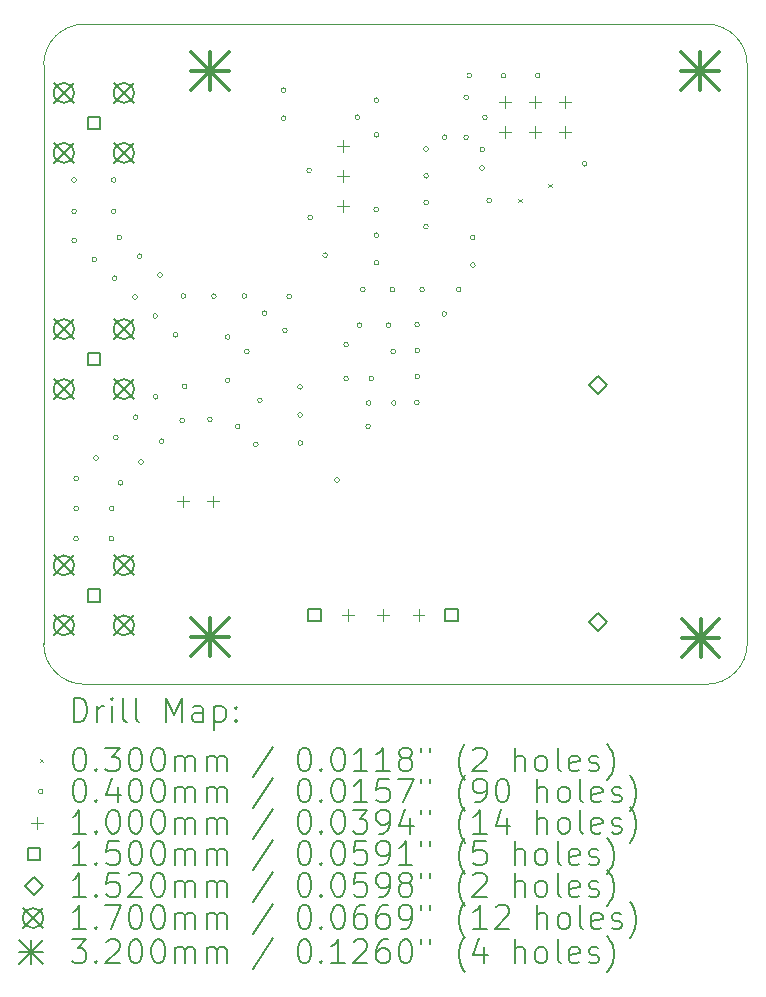
<source format=gbr>
%TF.GenerationSoftware,KiCad,Pcbnew,7.0.10*%
%TF.CreationDate,2024-07-16T21:32:58-04:00*%
%TF.ProjectId,button_transmitter,62757474-6f6e-45f7-9472-616e736d6974,1.0*%
%TF.SameCoordinates,PX42d7d10PY7f6ba10*%
%TF.FileFunction,Drillmap*%
%TF.FilePolarity,Positive*%
%FSLAX45Y45*%
G04 Gerber Fmt 4.5, Leading zero omitted, Abs format (unit mm)*
G04 Created by KiCad (PCBNEW 7.0.10) date 2024-07-16 21:32:58*
%MOMM*%
%LPD*%
G01*
G04 APERTURE LIST*
%ADD10C,0.100000*%
%ADD11C,0.200000*%
%ADD12C,0.150000*%
%ADD13C,0.152000*%
%ADD14C,0.170000*%
%ADD15C,0.320000*%
G04 APERTURE END LIST*
D10*
X5957000Y342000D02*
X5957000Y5241000D01*
X5957000Y5241000D02*
G75*
G03*
X5612000Y5586000I-345000J0D01*
G01*
X0Y5241000D02*
X-1Y342000D01*
X344998Y-2999D02*
X5612000Y-3000D01*
X5612000Y-3000D02*
G75*
G03*
X5957000Y342000I0J345000D01*
G01*
X345000Y5586000D02*
G75*
G03*
X0Y5241000I0J-345000D01*
G01*
X5612000Y5586000D02*
X345000Y5586000D01*
X1Y342000D02*
G75*
G03*
X344998Y-2999I345000J0D01*
G01*
D11*
D10*
X4018000Y4107000D02*
X4048000Y4077000D01*
X4048000Y4107000D02*
X4018000Y4077000D01*
X4272000Y4234000D02*
X4302000Y4204000D01*
X4302000Y4234000D02*
X4272000Y4204000D01*
X278000Y4267000D02*
G75*
G03*
X238000Y4267000I-20000J0D01*
G01*
X238000Y4267000D02*
G75*
G03*
X278000Y4267000I20000J0D01*
G01*
X278000Y4001500D02*
G75*
G03*
X238000Y4001500I-20000J0D01*
G01*
X238000Y4001500D02*
G75*
G03*
X278000Y4001500I20000J0D01*
G01*
X278000Y3754000D02*
G75*
G03*
X238000Y3754000I-20000J0D01*
G01*
X238000Y3754000D02*
G75*
G03*
X278000Y3754000I20000J0D01*
G01*
X294000Y1230000D02*
G75*
G03*
X254000Y1230000I-20000J0D01*
G01*
X254000Y1230000D02*
G75*
G03*
X294000Y1230000I20000J0D01*
G01*
X295000Y1740000D02*
G75*
G03*
X255000Y1740000I-20000J0D01*
G01*
X255000Y1740000D02*
G75*
G03*
X295000Y1740000I20000J0D01*
G01*
X295000Y1485000D02*
G75*
G03*
X255000Y1485000I-20000J0D01*
G01*
X255000Y1485000D02*
G75*
G03*
X295000Y1485000I20000J0D01*
G01*
X449667Y3594333D02*
G75*
G03*
X409667Y3594333I-20000J0D01*
G01*
X409667Y3594333D02*
G75*
G03*
X449667Y3594333I20000J0D01*
G01*
X463250Y1913000D02*
G75*
G03*
X423250Y1913000I-20000J0D01*
G01*
X423250Y1913000D02*
G75*
G03*
X463250Y1913000I20000J0D01*
G01*
X594000Y1230000D02*
G75*
G03*
X554000Y1230000I-20000J0D01*
G01*
X554000Y1230000D02*
G75*
G03*
X594000Y1230000I20000J0D01*
G01*
X595000Y1485000D02*
G75*
G03*
X555000Y1485000I-20000J0D01*
G01*
X555000Y1485000D02*
G75*
G03*
X595000Y1485000I20000J0D01*
G01*
X613000Y4267000D02*
G75*
G03*
X573000Y4267000I-20000J0D01*
G01*
X573000Y4267000D02*
G75*
G03*
X613000Y4267000I20000J0D01*
G01*
X613000Y4001500D02*
G75*
G03*
X573000Y4001500I-20000J0D01*
G01*
X573000Y4001500D02*
G75*
G03*
X613000Y4001500I20000J0D01*
G01*
X621333Y3434667D02*
G75*
G03*
X581333Y3434667I-20000J0D01*
G01*
X581333Y3434667D02*
G75*
G03*
X621333Y3434667I20000J0D01*
G01*
X631500Y2086000D02*
G75*
G03*
X591500Y2086000I-20000J0D01*
G01*
X591500Y2086000D02*
G75*
G03*
X631500Y2086000I20000J0D01*
G01*
X661000Y3781000D02*
G75*
G03*
X621000Y3781000I-20000J0D01*
G01*
X621000Y3781000D02*
G75*
G03*
X661000Y3781000I20000J0D01*
G01*
X670000Y1703000D02*
G75*
G03*
X630000Y1703000I-20000J0D01*
G01*
X630000Y1703000D02*
G75*
G03*
X670000Y1703000I20000J0D01*
G01*
X793000Y3275000D02*
G75*
G03*
X753000Y3275000I-20000J0D01*
G01*
X753000Y3275000D02*
G75*
G03*
X793000Y3275000I20000J0D01*
G01*
X799750Y2259000D02*
G75*
G03*
X759750Y2259000I-20000J0D01*
G01*
X759750Y2259000D02*
G75*
G03*
X799750Y2259000I20000J0D01*
G01*
X833667Y3621333D02*
G75*
G03*
X793667Y3621333I-20000J0D01*
G01*
X793667Y3621333D02*
G75*
G03*
X833667Y3621333I20000J0D01*
G01*
X844571Y1878838D02*
G75*
G03*
X804571Y1878838I-20000J0D01*
G01*
X804571Y1878838D02*
G75*
G03*
X844571Y1878838I20000J0D01*
G01*
X964667Y3115333D02*
G75*
G03*
X924667Y3115333I-20000J0D01*
G01*
X924667Y3115333D02*
G75*
G03*
X964667Y3115333I20000J0D01*
G01*
X968000Y2432000D02*
G75*
G03*
X928000Y2432000I-20000J0D01*
G01*
X928000Y2432000D02*
G75*
G03*
X968000Y2432000I20000J0D01*
G01*
X1005333Y3461667D02*
G75*
G03*
X965333Y3461667I-20000J0D01*
G01*
X965333Y3461667D02*
G75*
G03*
X1005333Y3461667I20000J0D01*
G01*
X1019141Y2054676D02*
G75*
G03*
X979141Y2054676I-20000J0D01*
G01*
X979141Y2054676D02*
G75*
G03*
X1019141Y2054676I20000J0D01*
G01*
X1136333Y2955667D02*
G75*
G03*
X1096333Y2955667I-20000J0D01*
G01*
X1096333Y2955667D02*
G75*
G03*
X1136333Y2955667I20000J0D01*
G01*
X1193712Y2230515D02*
G75*
G03*
X1153712Y2230515I-20000J0D01*
G01*
X1153712Y2230515D02*
G75*
G03*
X1193712Y2230515I20000J0D01*
G01*
X1203000Y3284000D02*
G75*
G03*
X1163000Y3284000I-20000J0D01*
G01*
X1163000Y3284000D02*
G75*
G03*
X1203000Y3284000I20000J0D01*
G01*
X1213000Y2519000D02*
G75*
G03*
X1173000Y2519000I-20000J0D01*
G01*
X1173000Y2519000D02*
G75*
G03*
X1213000Y2519000I20000J0D01*
G01*
X1428000Y2239000D02*
G75*
G03*
X1388000Y2239000I-20000J0D01*
G01*
X1388000Y2239000D02*
G75*
G03*
X1428000Y2239000I20000J0D01*
G01*
X1461000Y3283000D02*
G75*
G03*
X1421000Y3283000I-20000J0D01*
G01*
X1421000Y3283000D02*
G75*
G03*
X1461000Y3283000I20000J0D01*
G01*
X1578000Y2937500D02*
G75*
G03*
X1538000Y2937500I-20000J0D01*
G01*
X1538000Y2937500D02*
G75*
G03*
X1578000Y2937500I20000J0D01*
G01*
X1578000Y2570500D02*
G75*
G03*
X1538000Y2570500I-20000J0D01*
G01*
X1538000Y2570500D02*
G75*
G03*
X1578000Y2570500I20000J0D01*
G01*
X1662000Y2180000D02*
G75*
G03*
X1622000Y2180000I-20000J0D01*
G01*
X1622000Y2180000D02*
G75*
G03*
X1662000Y2180000I20000J0D01*
G01*
X1719000Y3284000D02*
G75*
G03*
X1679000Y3284000I-20000J0D01*
G01*
X1679000Y3284000D02*
G75*
G03*
X1719000Y3284000I20000J0D01*
G01*
X1740000Y2816000D02*
G75*
G03*
X1700000Y2816000I-20000J0D01*
G01*
X1700000Y2816000D02*
G75*
G03*
X1740000Y2816000I20000J0D01*
G01*
X1816000Y2029000D02*
G75*
G03*
X1776000Y2029000I-20000J0D01*
G01*
X1776000Y2029000D02*
G75*
G03*
X1816000Y2029000I20000J0D01*
G01*
X1851000Y2402000D02*
G75*
G03*
X1811000Y2402000I-20000J0D01*
G01*
X1811000Y2402000D02*
G75*
G03*
X1851000Y2402000I20000J0D01*
G01*
X1891000Y3138500D02*
G75*
G03*
X1851000Y3138500I-20000J0D01*
G01*
X1851000Y3138500D02*
G75*
G03*
X1891000Y3138500I20000J0D01*
G01*
X2051500Y5028000D02*
G75*
G03*
X2011500Y5028000I-20000J0D01*
G01*
X2011500Y5028000D02*
G75*
G03*
X2051500Y5028000I20000J0D01*
G01*
X2053000Y4790000D02*
G75*
G03*
X2013000Y4790000I-20000J0D01*
G01*
X2013000Y4790000D02*
G75*
G03*
X2053000Y4790000I20000J0D01*
G01*
X2063000Y2993000D02*
G75*
G03*
X2023000Y2993000I-20000J0D01*
G01*
X2023000Y2993000D02*
G75*
G03*
X2063000Y2993000I20000J0D01*
G01*
X2099000Y3280000D02*
G75*
G03*
X2059000Y3280000I-20000J0D01*
G01*
X2059000Y3280000D02*
G75*
G03*
X2099000Y3280000I20000J0D01*
G01*
X2191000Y2515333D02*
G75*
G03*
X2151000Y2515333I-20000J0D01*
G01*
X2151000Y2515333D02*
G75*
G03*
X2191000Y2515333I20000J0D01*
G01*
X2192000Y2277667D02*
G75*
G03*
X2152000Y2277667I-20000J0D01*
G01*
X2152000Y2277667D02*
G75*
G03*
X2192000Y2277667I20000J0D01*
G01*
X2194000Y2040000D02*
G75*
G03*
X2154000Y2040000I-20000J0D01*
G01*
X2154000Y2040000D02*
G75*
G03*
X2194000Y2040000I20000J0D01*
G01*
X2268000Y4349000D02*
G75*
G03*
X2228000Y4349000I-20000J0D01*
G01*
X2228000Y4349000D02*
G75*
G03*
X2268000Y4349000I20000J0D01*
G01*
X2278000Y3949000D02*
G75*
G03*
X2238000Y3949000I-20000J0D01*
G01*
X2238000Y3949000D02*
G75*
G03*
X2278000Y3949000I20000J0D01*
G01*
X2403000Y3630000D02*
G75*
G03*
X2363000Y3630000I-20000J0D01*
G01*
X2363000Y3630000D02*
G75*
G03*
X2403000Y3630000I20000J0D01*
G01*
X2504250Y1727000D02*
G75*
G03*
X2464250Y1727000I-20000J0D01*
G01*
X2464250Y1727000D02*
G75*
G03*
X2504250Y1727000I20000J0D01*
G01*
X2581000Y2872000D02*
G75*
G03*
X2541000Y2872000I-20000J0D01*
G01*
X2541000Y2872000D02*
G75*
G03*
X2581000Y2872000I20000J0D01*
G01*
X2581000Y2584000D02*
G75*
G03*
X2541000Y2584000I-20000J0D01*
G01*
X2541000Y2584000D02*
G75*
G03*
X2581000Y2584000I20000J0D01*
G01*
X2676000Y4798000D02*
G75*
G03*
X2636000Y4798000I-20000J0D01*
G01*
X2636000Y4798000D02*
G75*
G03*
X2676000Y4798000I20000J0D01*
G01*
X2696000Y3038000D02*
G75*
G03*
X2656000Y3038000I-20000J0D01*
G01*
X2656000Y3038000D02*
G75*
G03*
X2696000Y3038000I20000J0D01*
G01*
X2723000Y3339000D02*
G75*
G03*
X2683000Y3339000I-20000J0D01*
G01*
X2683000Y3339000D02*
G75*
G03*
X2723000Y3339000I20000J0D01*
G01*
X2767000Y2181000D02*
G75*
G03*
X2727000Y2181000I-20000J0D01*
G01*
X2727000Y2181000D02*
G75*
G03*
X2767000Y2181000I20000J0D01*
G01*
X2772000Y2378000D02*
G75*
G03*
X2732000Y2378000I-20000J0D01*
G01*
X2732000Y2378000D02*
G75*
G03*
X2772000Y2378000I20000J0D01*
G01*
X2794500Y2587000D02*
G75*
G03*
X2754500Y2587000I-20000J0D01*
G01*
X2754500Y2587000D02*
G75*
G03*
X2794500Y2587000I20000J0D01*
G01*
X2836000Y4015000D02*
G75*
G03*
X2796000Y4015000I-20000J0D01*
G01*
X2796000Y4015000D02*
G75*
G03*
X2836000Y4015000I20000J0D01*
G01*
X2836000Y3800000D02*
G75*
G03*
X2796000Y3800000I-20000J0D01*
G01*
X2796000Y3800000D02*
G75*
G03*
X2836000Y3800000I20000J0D01*
G01*
X2838000Y4941000D02*
G75*
G03*
X2798000Y4941000I-20000J0D01*
G01*
X2798000Y4941000D02*
G75*
G03*
X2838000Y4941000I20000J0D01*
G01*
X2838000Y4650000D02*
G75*
G03*
X2798000Y4650000I-20000J0D01*
G01*
X2798000Y4650000D02*
G75*
G03*
X2838000Y4650000I20000J0D01*
G01*
X2838000Y3567000D02*
G75*
G03*
X2798000Y3567000I-20000J0D01*
G01*
X2798000Y3567000D02*
G75*
G03*
X2838000Y3567000I20000J0D01*
G01*
X2939000Y3038000D02*
G75*
G03*
X2899000Y3038000I-20000J0D01*
G01*
X2899000Y3038000D02*
G75*
G03*
X2939000Y3038000I20000J0D01*
G01*
X2973500Y3339000D02*
G75*
G03*
X2933500Y3339000I-20000J0D01*
G01*
X2933500Y3339000D02*
G75*
G03*
X2973500Y3339000I20000J0D01*
G01*
X2979500Y2816000D02*
G75*
G03*
X2939500Y2816000I-20000J0D01*
G01*
X2939500Y2816000D02*
G75*
G03*
X2979500Y2816000I20000J0D01*
G01*
X2984750Y2378000D02*
G75*
G03*
X2944750Y2378000I-20000J0D01*
G01*
X2944750Y2378000D02*
G75*
G03*
X2984750Y2378000I20000J0D01*
G01*
X3180000Y2382000D02*
G75*
G03*
X3140000Y2382000I-20000J0D01*
G01*
X3140000Y2382000D02*
G75*
G03*
X3180000Y2382000I20000J0D01*
G01*
X3182000Y3041000D02*
G75*
G03*
X3142000Y3041000I-20000J0D01*
G01*
X3142000Y3041000D02*
G75*
G03*
X3182000Y3041000I20000J0D01*
G01*
X3184000Y2821333D02*
G75*
G03*
X3144000Y2821333I-20000J0D01*
G01*
X3144000Y2821333D02*
G75*
G03*
X3184000Y2821333I20000J0D01*
G01*
X3184000Y2601667D02*
G75*
G03*
X3144000Y2601667I-20000J0D01*
G01*
X3144000Y2601667D02*
G75*
G03*
X3184000Y2601667I20000J0D01*
G01*
X3224000Y3339000D02*
G75*
G03*
X3184000Y3339000I-20000J0D01*
G01*
X3184000Y3339000D02*
G75*
G03*
X3224000Y3339000I20000J0D01*
G01*
X3257000Y4530000D02*
G75*
G03*
X3217000Y4530000I-20000J0D01*
G01*
X3217000Y4530000D02*
G75*
G03*
X3257000Y4530000I20000J0D01*
G01*
X3257000Y3871000D02*
G75*
G03*
X3217000Y3871000I-20000J0D01*
G01*
X3217000Y3871000D02*
G75*
G03*
X3257000Y3871000I20000J0D01*
G01*
X3258000Y4302000D02*
G75*
G03*
X3218000Y4302000I-20000J0D01*
G01*
X3218000Y4302000D02*
G75*
G03*
X3258000Y4302000I20000J0D01*
G01*
X3258000Y4076000D02*
G75*
G03*
X3218000Y4076000I-20000J0D01*
G01*
X3218000Y4076000D02*
G75*
G03*
X3258000Y4076000I20000J0D01*
G01*
X3412000Y3132000D02*
G75*
G03*
X3372000Y3132000I-20000J0D01*
G01*
X3372000Y3132000D02*
G75*
G03*
X3412000Y3132000I20000J0D01*
G01*
X3415000Y4628000D02*
G75*
G03*
X3375000Y4628000I-20000J0D01*
G01*
X3375000Y4628000D02*
G75*
G03*
X3415000Y4628000I20000J0D01*
G01*
X3533000Y3339000D02*
G75*
G03*
X3493000Y3339000I-20000J0D01*
G01*
X3493000Y3339000D02*
G75*
G03*
X3533000Y3339000I20000J0D01*
G01*
X3597000Y4628000D02*
G75*
G03*
X3557000Y4628000I-20000J0D01*
G01*
X3557000Y4628000D02*
G75*
G03*
X3597000Y4628000I20000J0D01*
G01*
X3598000Y4967000D02*
G75*
G03*
X3558000Y4967000I-20000J0D01*
G01*
X3558000Y4967000D02*
G75*
G03*
X3598000Y4967000I20000J0D01*
G01*
X3624000Y5150000D02*
G75*
G03*
X3584000Y5150000I-20000J0D01*
G01*
X3584000Y5150000D02*
G75*
G03*
X3624000Y5150000I20000J0D01*
G01*
X3652000Y3779000D02*
G75*
G03*
X3612000Y3779000I-20000J0D01*
G01*
X3612000Y3779000D02*
G75*
G03*
X3652000Y3779000I20000J0D01*
G01*
X3654000Y3546000D02*
G75*
G03*
X3614000Y3546000I-20000J0D01*
G01*
X3614000Y3546000D02*
G75*
G03*
X3654000Y3546000I20000J0D01*
G01*
X3731000Y4367000D02*
G75*
G03*
X3691000Y4367000I-20000J0D01*
G01*
X3691000Y4367000D02*
G75*
G03*
X3731000Y4367000I20000J0D01*
G01*
X3735000Y4524000D02*
G75*
G03*
X3695000Y4524000I-20000J0D01*
G01*
X3695000Y4524000D02*
G75*
G03*
X3735000Y4524000I20000J0D01*
G01*
X3756000Y4797000D02*
G75*
G03*
X3716000Y4797000I-20000J0D01*
G01*
X3716000Y4797000D02*
G75*
G03*
X3756000Y4797000I20000J0D01*
G01*
X3792000Y4092000D02*
G75*
G03*
X3752000Y4092000I-20000J0D01*
G01*
X3752000Y4092000D02*
G75*
G03*
X3792000Y4092000I20000J0D01*
G01*
X3913000Y5150000D02*
G75*
G03*
X3873000Y5150000I-20000J0D01*
G01*
X3873000Y5150000D02*
G75*
G03*
X3913000Y5150000I20000J0D01*
G01*
X4202000Y5150000D02*
G75*
G03*
X4162000Y5150000I-20000J0D01*
G01*
X4162000Y5150000D02*
G75*
G03*
X4202000Y5150000I20000J0D01*
G01*
X4601000Y4404000D02*
G75*
G03*
X4561000Y4404000I-20000J0D01*
G01*
X4561000Y4404000D02*
G75*
G03*
X4601000Y4404000I20000J0D01*
G01*
X1180500Y1595000D02*
X1180500Y1495000D01*
X1130500Y1545000D02*
X1230500Y1545000D01*
X1434500Y1595000D02*
X1434500Y1495000D01*
X1384500Y1545000D02*
X1484500Y1545000D01*
X2534000Y4606000D02*
X2534000Y4506000D01*
X2484000Y4556000D02*
X2584000Y4556000D01*
X2534000Y4352000D02*
X2534000Y4252000D01*
X2484000Y4302000D02*
X2584000Y4302000D01*
X2534000Y4098000D02*
X2534000Y3998000D01*
X2484000Y4048000D02*
X2584000Y4048000D01*
X2574000Y633000D02*
X2574000Y533000D01*
X2524000Y583000D02*
X2624000Y583000D01*
X2874000Y633000D02*
X2874000Y533000D01*
X2824000Y583000D02*
X2924000Y583000D01*
X3174000Y633000D02*
X3174000Y533000D01*
X3124000Y583000D02*
X3224000Y583000D01*
X3908500Y4976000D02*
X3908500Y4876000D01*
X3858500Y4926000D02*
X3958500Y4926000D01*
X3908500Y4722000D02*
X3908500Y4622000D01*
X3858500Y4672000D02*
X3958500Y4672000D01*
X4162500Y4976000D02*
X4162500Y4876000D01*
X4112500Y4926000D02*
X4212500Y4926000D01*
X4162500Y4722000D02*
X4162500Y4622000D01*
X4112500Y4672000D02*
X4212500Y4672000D01*
X4416500Y4976000D02*
X4416500Y4876000D01*
X4366500Y4926000D02*
X4466500Y4926000D01*
X4416500Y4722000D02*
X4416500Y4622000D01*
X4366500Y4672000D02*
X4466500Y4672000D01*
D12*
X478033Y4696967D02*
X478033Y4803034D01*
X371966Y4803034D01*
X371966Y4696967D01*
X478033Y4696967D01*
X478033Y2696967D02*
X478033Y2803033D01*
X371966Y2803033D01*
X371966Y2696967D01*
X478033Y2696967D01*
X478033Y696967D02*
X478033Y803033D01*
X371966Y803033D01*
X371966Y696967D01*
X478033Y696967D01*
X2347034Y529967D02*
X2347034Y636034D01*
X2240967Y636034D01*
X2240967Y529967D01*
X2347034Y529967D01*
X3507033Y529967D02*
X3507033Y636034D01*
X3400966Y636034D01*
X3400966Y529967D01*
X3507033Y529967D01*
D13*
X4694000Y2452004D02*
X4770000Y2528004D01*
X4694000Y2604004D01*
X4618000Y2528004D01*
X4694000Y2452004D01*
X4694000Y452004D02*
X4770000Y528004D01*
X4694000Y604004D01*
X4618000Y528004D01*
X4694000Y452004D01*
D14*
X86000Y5089000D02*
X256000Y4919000D01*
X256000Y5089000D02*
X86000Y4919000D01*
X256000Y5004000D02*
G75*
G03*
X86000Y5004000I-85000J0D01*
G01*
X86000Y5004000D02*
G75*
G03*
X256000Y5004000I85000J0D01*
G01*
X86000Y4581000D02*
X256000Y4411000D01*
X256000Y4581000D02*
X86000Y4411000D01*
X256000Y4496000D02*
G75*
G03*
X86000Y4496000I-85000J0D01*
G01*
X86000Y4496000D02*
G75*
G03*
X256000Y4496000I85000J0D01*
G01*
X86000Y3089000D02*
X256000Y2919000D01*
X256000Y3089000D02*
X86000Y2919000D01*
X256000Y3004000D02*
G75*
G03*
X86000Y3004000I-85000J0D01*
G01*
X86000Y3004000D02*
G75*
G03*
X256000Y3004000I85000J0D01*
G01*
X86000Y2581000D02*
X256000Y2411000D01*
X256000Y2581000D02*
X86000Y2411000D01*
X256000Y2496000D02*
G75*
G03*
X86000Y2496000I-85000J0D01*
G01*
X86000Y2496000D02*
G75*
G03*
X256000Y2496000I85000J0D01*
G01*
X86000Y1089000D02*
X256000Y919000D01*
X256000Y1089000D02*
X86000Y919000D01*
X256000Y1004000D02*
G75*
G03*
X86000Y1004000I-85000J0D01*
G01*
X86000Y1004000D02*
G75*
G03*
X256000Y1004000I85000J0D01*
G01*
X86000Y581000D02*
X256000Y411000D01*
X256000Y581000D02*
X86000Y411000D01*
X256000Y496000D02*
G75*
G03*
X86000Y496000I-85000J0D01*
G01*
X86000Y496000D02*
G75*
G03*
X256000Y496000I85000J0D01*
G01*
X594000Y5089000D02*
X764000Y4919000D01*
X764000Y5089000D02*
X594000Y4919000D01*
X764000Y5004000D02*
G75*
G03*
X594000Y5004000I-85000J0D01*
G01*
X594000Y5004000D02*
G75*
G03*
X764000Y5004000I85000J0D01*
G01*
X594000Y4581000D02*
X764000Y4411000D01*
X764000Y4581000D02*
X594000Y4411000D01*
X764000Y4496000D02*
G75*
G03*
X594000Y4496000I-85000J0D01*
G01*
X594000Y4496000D02*
G75*
G03*
X764000Y4496000I85000J0D01*
G01*
X594000Y3089000D02*
X764000Y2919000D01*
X764000Y3089000D02*
X594000Y2919000D01*
X764000Y3004000D02*
G75*
G03*
X594000Y3004000I-85000J0D01*
G01*
X594000Y3004000D02*
G75*
G03*
X764000Y3004000I85000J0D01*
G01*
X594000Y2581000D02*
X764000Y2411000D01*
X764000Y2581000D02*
X594000Y2411000D01*
X764000Y2496000D02*
G75*
G03*
X594000Y2496000I-85000J0D01*
G01*
X594000Y2496000D02*
G75*
G03*
X764000Y2496000I85000J0D01*
G01*
X594000Y1089000D02*
X764000Y919000D01*
X764000Y1089000D02*
X594000Y919000D01*
X764000Y1004000D02*
G75*
G03*
X594000Y1004000I-85000J0D01*
G01*
X594000Y1004000D02*
G75*
G03*
X764000Y1004000I85000J0D01*
G01*
X594000Y581000D02*
X764000Y411000D01*
X764000Y581000D02*
X594000Y411000D01*
X764000Y496000D02*
G75*
G03*
X594000Y496000I-85000J0D01*
G01*
X594000Y496000D02*
G75*
G03*
X764000Y496000I85000J0D01*
G01*
D15*
X1246000Y5348000D02*
X1566000Y5028000D01*
X1566000Y5348000D02*
X1246000Y5028000D01*
X1406000Y5348000D02*
X1406000Y5028000D01*
X1246000Y5188000D02*
X1566000Y5188000D01*
X1248000Y554000D02*
X1568000Y234000D01*
X1568000Y554000D02*
X1248000Y234000D01*
X1408000Y554000D02*
X1408000Y234000D01*
X1248000Y394000D02*
X1568000Y394000D01*
X5400000Y5350000D02*
X5720000Y5030000D01*
X5720000Y5350000D02*
X5400000Y5030000D01*
X5560000Y5350000D02*
X5560000Y5030000D01*
X5400000Y5190000D02*
X5720000Y5190000D01*
X5402000Y552000D02*
X5722000Y232000D01*
X5722000Y552000D02*
X5402000Y232000D01*
X5562000Y552000D02*
X5562000Y232000D01*
X5402000Y392000D02*
X5722000Y392000D01*
D11*
X255775Y-319484D02*
X255775Y-119484D01*
X255775Y-119484D02*
X303394Y-119484D01*
X303394Y-119484D02*
X331966Y-129008D01*
X331966Y-129008D02*
X351013Y-148055D01*
X351013Y-148055D02*
X360537Y-167103D01*
X360537Y-167103D02*
X370061Y-205198D01*
X370061Y-205198D02*
X370061Y-233769D01*
X370061Y-233769D02*
X360537Y-271865D01*
X360537Y-271865D02*
X351013Y-290912D01*
X351013Y-290912D02*
X331966Y-309960D01*
X331966Y-309960D02*
X303394Y-319484D01*
X303394Y-319484D02*
X255775Y-319484D01*
X455775Y-319484D02*
X455775Y-186150D01*
X455775Y-224246D02*
X465299Y-205198D01*
X465299Y-205198D02*
X474823Y-195674D01*
X474823Y-195674D02*
X493871Y-186150D01*
X493871Y-186150D02*
X512918Y-186150D01*
X579585Y-319484D02*
X579585Y-186150D01*
X579585Y-119484D02*
X570061Y-129008D01*
X570061Y-129008D02*
X579585Y-138531D01*
X579585Y-138531D02*
X589109Y-129008D01*
X589109Y-129008D02*
X579585Y-119484D01*
X579585Y-119484D02*
X579585Y-138531D01*
X703394Y-319484D02*
X684347Y-309960D01*
X684347Y-309960D02*
X674823Y-290912D01*
X674823Y-290912D02*
X674823Y-119484D01*
X808156Y-319484D02*
X789109Y-309960D01*
X789109Y-309960D02*
X779585Y-290912D01*
X779585Y-290912D02*
X779585Y-119484D01*
X1036728Y-319484D02*
X1036728Y-119484D01*
X1036728Y-119484D02*
X1103395Y-262341D01*
X1103395Y-262341D02*
X1170061Y-119484D01*
X1170061Y-119484D02*
X1170061Y-319484D01*
X1351014Y-319484D02*
X1351014Y-214722D01*
X1351014Y-214722D02*
X1341490Y-195674D01*
X1341490Y-195674D02*
X1322442Y-186150D01*
X1322442Y-186150D02*
X1284347Y-186150D01*
X1284347Y-186150D02*
X1265299Y-195674D01*
X1351014Y-309960D02*
X1331966Y-319484D01*
X1331966Y-319484D02*
X1284347Y-319484D01*
X1284347Y-319484D02*
X1265299Y-309960D01*
X1265299Y-309960D02*
X1255775Y-290912D01*
X1255775Y-290912D02*
X1255775Y-271865D01*
X1255775Y-271865D02*
X1265299Y-252817D01*
X1265299Y-252817D02*
X1284347Y-243293D01*
X1284347Y-243293D02*
X1331966Y-243293D01*
X1331966Y-243293D02*
X1351014Y-233769D01*
X1446252Y-186150D02*
X1446252Y-386150D01*
X1446252Y-195674D02*
X1465299Y-186150D01*
X1465299Y-186150D02*
X1503394Y-186150D01*
X1503394Y-186150D02*
X1522442Y-195674D01*
X1522442Y-195674D02*
X1531966Y-205198D01*
X1531966Y-205198D02*
X1541490Y-224246D01*
X1541490Y-224246D02*
X1541490Y-281389D01*
X1541490Y-281389D02*
X1531966Y-300436D01*
X1531966Y-300436D02*
X1522442Y-309960D01*
X1522442Y-309960D02*
X1503394Y-319484D01*
X1503394Y-319484D02*
X1465299Y-319484D01*
X1465299Y-319484D02*
X1446252Y-309960D01*
X1627204Y-300436D02*
X1636728Y-309960D01*
X1636728Y-309960D02*
X1627204Y-319484D01*
X1627204Y-319484D02*
X1617680Y-309960D01*
X1617680Y-309960D02*
X1627204Y-300436D01*
X1627204Y-300436D02*
X1627204Y-319484D01*
X1627204Y-195674D02*
X1636728Y-205198D01*
X1636728Y-205198D02*
X1627204Y-214722D01*
X1627204Y-214722D02*
X1617680Y-205198D01*
X1617680Y-205198D02*
X1627204Y-195674D01*
X1627204Y-195674D02*
X1627204Y-214722D01*
D10*
X-35001Y-633000D02*
X-5001Y-663000D01*
X-5001Y-633000D02*
X-35001Y-663000D01*
D11*
X293871Y-539484D02*
X312918Y-539484D01*
X312918Y-539484D02*
X331966Y-549008D01*
X331966Y-549008D02*
X341490Y-558531D01*
X341490Y-558531D02*
X351013Y-577579D01*
X351013Y-577579D02*
X360537Y-615674D01*
X360537Y-615674D02*
X360537Y-663293D01*
X360537Y-663293D02*
X351013Y-701388D01*
X351013Y-701388D02*
X341490Y-720436D01*
X341490Y-720436D02*
X331966Y-729960D01*
X331966Y-729960D02*
X312918Y-739484D01*
X312918Y-739484D02*
X293871Y-739484D01*
X293871Y-739484D02*
X274823Y-729960D01*
X274823Y-729960D02*
X265299Y-720436D01*
X265299Y-720436D02*
X255775Y-701388D01*
X255775Y-701388D02*
X246252Y-663293D01*
X246252Y-663293D02*
X246252Y-615674D01*
X246252Y-615674D02*
X255775Y-577579D01*
X255775Y-577579D02*
X265299Y-558531D01*
X265299Y-558531D02*
X274823Y-549008D01*
X274823Y-549008D02*
X293871Y-539484D01*
X446252Y-720436D02*
X455775Y-729960D01*
X455775Y-729960D02*
X446252Y-739484D01*
X446252Y-739484D02*
X436728Y-729960D01*
X436728Y-729960D02*
X446252Y-720436D01*
X446252Y-720436D02*
X446252Y-739484D01*
X522442Y-539484D02*
X646252Y-539484D01*
X646252Y-539484D02*
X579585Y-615674D01*
X579585Y-615674D02*
X608156Y-615674D01*
X608156Y-615674D02*
X627204Y-625198D01*
X627204Y-625198D02*
X636728Y-634722D01*
X636728Y-634722D02*
X646252Y-653770D01*
X646252Y-653770D02*
X646252Y-701388D01*
X646252Y-701388D02*
X636728Y-720436D01*
X636728Y-720436D02*
X627204Y-729960D01*
X627204Y-729960D02*
X608156Y-739484D01*
X608156Y-739484D02*
X551014Y-739484D01*
X551014Y-739484D02*
X531966Y-729960D01*
X531966Y-729960D02*
X522442Y-720436D01*
X770061Y-539484D02*
X789109Y-539484D01*
X789109Y-539484D02*
X808156Y-549008D01*
X808156Y-549008D02*
X817680Y-558531D01*
X817680Y-558531D02*
X827204Y-577579D01*
X827204Y-577579D02*
X836728Y-615674D01*
X836728Y-615674D02*
X836728Y-663293D01*
X836728Y-663293D02*
X827204Y-701388D01*
X827204Y-701388D02*
X817680Y-720436D01*
X817680Y-720436D02*
X808156Y-729960D01*
X808156Y-729960D02*
X789109Y-739484D01*
X789109Y-739484D02*
X770061Y-739484D01*
X770061Y-739484D02*
X751013Y-729960D01*
X751013Y-729960D02*
X741490Y-720436D01*
X741490Y-720436D02*
X731966Y-701388D01*
X731966Y-701388D02*
X722442Y-663293D01*
X722442Y-663293D02*
X722442Y-615674D01*
X722442Y-615674D02*
X731966Y-577579D01*
X731966Y-577579D02*
X741490Y-558531D01*
X741490Y-558531D02*
X751013Y-549008D01*
X751013Y-549008D02*
X770061Y-539484D01*
X960537Y-539484D02*
X979585Y-539484D01*
X979585Y-539484D02*
X998633Y-549008D01*
X998633Y-549008D02*
X1008156Y-558531D01*
X1008156Y-558531D02*
X1017680Y-577579D01*
X1017680Y-577579D02*
X1027204Y-615674D01*
X1027204Y-615674D02*
X1027204Y-663293D01*
X1027204Y-663293D02*
X1017680Y-701388D01*
X1017680Y-701388D02*
X1008156Y-720436D01*
X1008156Y-720436D02*
X998633Y-729960D01*
X998633Y-729960D02*
X979585Y-739484D01*
X979585Y-739484D02*
X960537Y-739484D01*
X960537Y-739484D02*
X941490Y-729960D01*
X941490Y-729960D02*
X931966Y-720436D01*
X931966Y-720436D02*
X922442Y-701388D01*
X922442Y-701388D02*
X912918Y-663293D01*
X912918Y-663293D02*
X912918Y-615674D01*
X912918Y-615674D02*
X922442Y-577579D01*
X922442Y-577579D02*
X931966Y-558531D01*
X931966Y-558531D02*
X941490Y-549008D01*
X941490Y-549008D02*
X960537Y-539484D01*
X1112918Y-739484D02*
X1112918Y-606150D01*
X1112918Y-625198D02*
X1122442Y-615674D01*
X1122442Y-615674D02*
X1141490Y-606150D01*
X1141490Y-606150D02*
X1170061Y-606150D01*
X1170061Y-606150D02*
X1189109Y-615674D01*
X1189109Y-615674D02*
X1198633Y-634722D01*
X1198633Y-634722D02*
X1198633Y-739484D01*
X1198633Y-634722D02*
X1208156Y-615674D01*
X1208156Y-615674D02*
X1227204Y-606150D01*
X1227204Y-606150D02*
X1255775Y-606150D01*
X1255775Y-606150D02*
X1274823Y-615674D01*
X1274823Y-615674D02*
X1284347Y-634722D01*
X1284347Y-634722D02*
X1284347Y-739484D01*
X1379585Y-739484D02*
X1379585Y-606150D01*
X1379585Y-625198D02*
X1389109Y-615674D01*
X1389109Y-615674D02*
X1408156Y-606150D01*
X1408156Y-606150D02*
X1436728Y-606150D01*
X1436728Y-606150D02*
X1455775Y-615674D01*
X1455775Y-615674D02*
X1465299Y-634722D01*
X1465299Y-634722D02*
X1465299Y-739484D01*
X1465299Y-634722D02*
X1474823Y-615674D01*
X1474823Y-615674D02*
X1493871Y-606150D01*
X1493871Y-606150D02*
X1522442Y-606150D01*
X1522442Y-606150D02*
X1541490Y-615674D01*
X1541490Y-615674D02*
X1551014Y-634722D01*
X1551014Y-634722D02*
X1551014Y-739484D01*
X1941490Y-529960D02*
X1770061Y-787103D01*
X2198633Y-539484D02*
X2217680Y-539484D01*
X2217680Y-539484D02*
X2236728Y-549008D01*
X2236728Y-549008D02*
X2246252Y-558531D01*
X2246252Y-558531D02*
X2255776Y-577579D01*
X2255776Y-577579D02*
X2265299Y-615674D01*
X2265299Y-615674D02*
X2265299Y-663293D01*
X2265299Y-663293D02*
X2255776Y-701388D01*
X2255776Y-701388D02*
X2246252Y-720436D01*
X2246252Y-720436D02*
X2236728Y-729960D01*
X2236728Y-729960D02*
X2217680Y-739484D01*
X2217680Y-739484D02*
X2198633Y-739484D01*
X2198633Y-739484D02*
X2179585Y-729960D01*
X2179585Y-729960D02*
X2170061Y-720436D01*
X2170061Y-720436D02*
X2160538Y-701388D01*
X2160538Y-701388D02*
X2151014Y-663293D01*
X2151014Y-663293D02*
X2151014Y-615674D01*
X2151014Y-615674D02*
X2160538Y-577579D01*
X2160538Y-577579D02*
X2170061Y-558531D01*
X2170061Y-558531D02*
X2179585Y-549008D01*
X2179585Y-549008D02*
X2198633Y-539484D01*
X2351014Y-720436D02*
X2360538Y-729960D01*
X2360538Y-729960D02*
X2351014Y-739484D01*
X2351014Y-739484D02*
X2341490Y-729960D01*
X2341490Y-729960D02*
X2351014Y-720436D01*
X2351014Y-720436D02*
X2351014Y-739484D01*
X2484347Y-539484D02*
X2503395Y-539484D01*
X2503395Y-539484D02*
X2522442Y-549008D01*
X2522442Y-549008D02*
X2531966Y-558531D01*
X2531966Y-558531D02*
X2541490Y-577579D01*
X2541490Y-577579D02*
X2551014Y-615674D01*
X2551014Y-615674D02*
X2551014Y-663293D01*
X2551014Y-663293D02*
X2541490Y-701388D01*
X2541490Y-701388D02*
X2531966Y-720436D01*
X2531966Y-720436D02*
X2522442Y-729960D01*
X2522442Y-729960D02*
X2503395Y-739484D01*
X2503395Y-739484D02*
X2484347Y-739484D01*
X2484347Y-739484D02*
X2465299Y-729960D01*
X2465299Y-729960D02*
X2455776Y-720436D01*
X2455776Y-720436D02*
X2446252Y-701388D01*
X2446252Y-701388D02*
X2436728Y-663293D01*
X2436728Y-663293D02*
X2436728Y-615674D01*
X2436728Y-615674D02*
X2446252Y-577579D01*
X2446252Y-577579D02*
X2455776Y-558531D01*
X2455776Y-558531D02*
X2465299Y-549008D01*
X2465299Y-549008D02*
X2484347Y-539484D01*
X2741490Y-739484D02*
X2627204Y-739484D01*
X2684347Y-739484D02*
X2684347Y-539484D01*
X2684347Y-539484D02*
X2665299Y-568055D01*
X2665299Y-568055D02*
X2646252Y-587103D01*
X2646252Y-587103D02*
X2627204Y-596627D01*
X2931966Y-739484D02*
X2817680Y-739484D01*
X2874823Y-739484D02*
X2874823Y-539484D01*
X2874823Y-539484D02*
X2855776Y-568055D01*
X2855776Y-568055D02*
X2836728Y-587103D01*
X2836728Y-587103D02*
X2817680Y-596627D01*
X3046252Y-625198D02*
X3027204Y-615674D01*
X3027204Y-615674D02*
X3017680Y-606150D01*
X3017680Y-606150D02*
X3008157Y-587103D01*
X3008157Y-587103D02*
X3008157Y-577579D01*
X3008157Y-577579D02*
X3017680Y-558531D01*
X3017680Y-558531D02*
X3027204Y-549008D01*
X3027204Y-549008D02*
X3046252Y-539484D01*
X3046252Y-539484D02*
X3084347Y-539484D01*
X3084347Y-539484D02*
X3103395Y-549008D01*
X3103395Y-549008D02*
X3112918Y-558531D01*
X3112918Y-558531D02*
X3122442Y-577579D01*
X3122442Y-577579D02*
X3122442Y-587103D01*
X3122442Y-587103D02*
X3112918Y-606150D01*
X3112918Y-606150D02*
X3103395Y-615674D01*
X3103395Y-615674D02*
X3084347Y-625198D01*
X3084347Y-625198D02*
X3046252Y-625198D01*
X3046252Y-625198D02*
X3027204Y-634722D01*
X3027204Y-634722D02*
X3017680Y-644246D01*
X3017680Y-644246D02*
X3008157Y-663293D01*
X3008157Y-663293D02*
X3008157Y-701388D01*
X3008157Y-701388D02*
X3017680Y-720436D01*
X3017680Y-720436D02*
X3027204Y-729960D01*
X3027204Y-729960D02*
X3046252Y-739484D01*
X3046252Y-739484D02*
X3084347Y-739484D01*
X3084347Y-739484D02*
X3103395Y-729960D01*
X3103395Y-729960D02*
X3112918Y-720436D01*
X3112918Y-720436D02*
X3122442Y-701388D01*
X3122442Y-701388D02*
X3122442Y-663293D01*
X3122442Y-663293D02*
X3112918Y-644246D01*
X3112918Y-644246D02*
X3103395Y-634722D01*
X3103395Y-634722D02*
X3084347Y-625198D01*
X3198633Y-539484D02*
X3198633Y-577579D01*
X3274823Y-539484D02*
X3274823Y-577579D01*
X3570061Y-815674D02*
X3560538Y-806150D01*
X3560538Y-806150D02*
X3541490Y-777579D01*
X3541490Y-777579D02*
X3531966Y-758531D01*
X3531966Y-758531D02*
X3522442Y-729960D01*
X3522442Y-729960D02*
X3512919Y-682341D01*
X3512919Y-682341D02*
X3512919Y-644246D01*
X3512919Y-644246D02*
X3522442Y-596627D01*
X3522442Y-596627D02*
X3531966Y-568055D01*
X3531966Y-568055D02*
X3541490Y-549008D01*
X3541490Y-549008D02*
X3560538Y-520436D01*
X3560538Y-520436D02*
X3570061Y-510912D01*
X3636728Y-558531D02*
X3646252Y-549008D01*
X3646252Y-549008D02*
X3665299Y-539484D01*
X3665299Y-539484D02*
X3712919Y-539484D01*
X3712919Y-539484D02*
X3731966Y-549008D01*
X3731966Y-549008D02*
X3741490Y-558531D01*
X3741490Y-558531D02*
X3751014Y-577579D01*
X3751014Y-577579D02*
X3751014Y-596627D01*
X3751014Y-596627D02*
X3741490Y-625198D01*
X3741490Y-625198D02*
X3627204Y-739484D01*
X3627204Y-739484D02*
X3751014Y-739484D01*
X3989109Y-739484D02*
X3989109Y-539484D01*
X4074823Y-739484D02*
X4074823Y-634722D01*
X4074823Y-634722D02*
X4065300Y-615674D01*
X4065300Y-615674D02*
X4046252Y-606150D01*
X4046252Y-606150D02*
X4017680Y-606150D01*
X4017680Y-606150D02*
X3998633Y-615674D01*
X3998633Y-615674D02*
X3989109Y-625198D01*
X4198633Y-739484D02*
X4179585Y-729960D01*
X4179585Y-729960D02*
X4170061Y-720436D01*
X4170061Y-720436D02*
X4160538Y-701388D01*
X4160538Y-701388D02*
X4160538Y-644246D01*
X4160538Y-644246D02*
X4170061Y-625198D01*
X4170061Y-625198D02*
X4179585Y-615674D01*
X4179585Y-615674D02*
X4198633Y-606150D01*
X4198633Y-606150D02*
X4227204Y-606150D01*
X4227204Y-606150D02*
X4246252Y-615674D01*
X4246252Y-615674D02*
X4255776Y-625198D01*
X4255776Y-625198D02*
X4265300Y-644246D01*
X4265300Y-644246D02*
X4265300Y-701388D01*
X4265300Y-701388D02*
X4255776Y-720436D01*
X4255776Y-720436D02*
X4246252Y-729960D01*
X4246252Y-729960D02*
X4227204Y-739484D01*
X4227204Y-739484D02*
X4198633Y-739484D01*
X4379585Y-739484D02*
X4360538Y-729960D01*
X4360538Y-729960D02*
X4351014Y-710912D01*
X4351014Y-710912D02*
X4351014Y-539484D01*
X4531966Y-729960D02*
X4512919Y-739484D01*
X4512919Y-739484D02*
X4474823Y-739484D01*
X4474823Y-739484D02*
X4455776Y-729960D01*
X4455776Y-729960D02*
X4446252Y-710912D01*
X4446252Y-710912D02*
X4446252Y-634722D01*
X4446252Y-634722D02*
X4455776Y-615674D01*
X4455776Y-615674D02*
X4474823Y-606150D01*
X4474823Y-606150D02*
X4512919Y-606150D01*
X4512919Y-606150D02*
X4531966Y-615674D01*
X4531966Y-615674D02*
X4541490Y-634722D01*
X4541490Y-634722D02*
X4541490Y-653770D01*
X4541490Y-653770D02*
X4446252Y-672817D01*
X4617681Y-729960D02*
X4636728Y-739484D01*
X4636728Y-739484D02*
X4674823Y-739484D01*
X4674823Y-739484D02*
X4693871Y-729960D01*
X4693871Y-729960D02*
X4703395Y-710912D01*
X4703395Y-710912D02*
X4703395Y-701388D01*
X4703395Y-701388D02*
X4693871Y-682341D01*
X4693871Y-682341D02*
X4674823Y-672817D01*
X4674823Y-672817D02*
X4646252Y-672817D01*
X4646252Y-672817D02*
X4627204Y-663293D01*
X4627204Y-663293D02*
X4617681Y-644246D01*
X4617681Y-644246D02*
X4617681Y-634722D01*
X4617681Y-634722D02*
X4627204Y-615674D01*
X4627204Y-615674D02*
X4646252Y-606150D01*
X4646252Y-606150D02*
X4674823Y-606150D01*
X4674823Y-606150D02*
X4693871Y-615674D01*
X4770062Y-815674D02*
X4779585Y-806150D01*
X4779585Y-806150D02*
X4798633Y-777579D01*
X4798633Y-777579D02*
X4808157Y-758531D01*
X4808157Y-758531D02*
X4817681Y-729960D01*
X4817681Y-729960D02*
X4827204Y-682341D01*
X4827204Y-682341D02*
X4827204Y-644246D01*
X4827204Y-644246D02*
X4817681Y-596627D01*
X4817681Y-596627D02*
X4808157Y-568055D01*
X4808157Y-568055D02*
X4798633Y-549008D01*
X4798633Y-549008D02*
X4779585Y-520436D01*
X4779585Y-520436D02*
X4770062Y-510912D01*
D10*
X-5001Y-912000D02*
G75*
G03*
X-45001Y-912000I-20000J0D01*
G01*
X-45001Y-912000D02*
G75*
G03*
X-5001Y-912000I20000J0D01*
G01*
D11*
X293871Y-803484D02*
X312918Y-803484D01*
X312918Y-803484D02*
X331966Y-813008D01*
X331966Y-813008D02*
X341490Y-822531D01*
X341490Y-822531D02*
X351013Y-841579D01*
X351013Y-841579D02*
X360537Y-879674D01*
X360537Y-879674D02*
X360537Y-927293D01*
X360537Y-927293D02*
X351013Y-965388D01*
X351013Y-965388D02*
X341490Y-984436D01*
X341490Y-984436D02*
X331966Y-993960D01*
X331966Y-993960D02*
X312918Y-1003484D01*
X312918Y-1003484D02*
X293871Y-1003484D01*
X293871Y-1003484D02*
X274823Y-993960D01*
X274823Y-993960D02*
X265299Y-984436D01*
X265299Y-984436D02*
X255775Y-965388D01*
X255775Y-965388D02*
X246252Y-927293D01*
X246252Y-927293D02*
X246252Y-879674D01*
X246252Y-879674D02*
X255775Y-841579D01*
X255775Y-841579D02*
X265299Y-822531D01*
X265299Y-822531D02*
X274823Y-813008D01*
X274823Y-813008D02*
X293871Y-803484D01*
X446252Y-984436D02*
X455775Y-993960D01*
X455775Y-993960D02*
X446252Y-1003484D01*
X446252Y-1003484D02*
X436728Y-993960D01*
X436728Y-993960D02*
X446252Y-984436D01*
X446252Y-984436D02*
X446252Y-1003484D01*
X627204Y-870150D02*
X627204Y-1003484D01*
X579585Y-793960D02*
X531966Y-936817D01*
X531966Y-936817D02*
X655775Y-936817D01*
X770061Y-803484D02*
X789109Y-803484D01*
X789109Y-803484D02*
X808156Y-813008D01*
X808156Y-813008D02*
X817680Y-822531D01*
X817680Y-822531D02*
X827204Y-841579D01*
X827204Y-841579D02*
X836728Y-879674D01*
X836728Y-879674D02*
X836728Y-927293D01*
X836728Y-927293D02*
X827204Y-965388D01*
X827204Y-965388D02*
X817680Y-984436D01*
X817680Y-984436D02*
X808156Y-993960D01*
X808156Y-993960D02*
X789109Y-1003484D01*
X789109Y-1003484D02*
X770061Y-1003484D01*
X770061Y-1003484D02*
X751013Y-993960D01*
X751013Y-993960D02*
X741490Y-984436D01*
X741490Y-984436D02*
X731966Y-965388D01*
X731966Y-965388D02*
X722442Y-927293D01*
X722442Y-927293D02*
X722442Y-879674D01*
X722442Y-879674D02*
X731966Y-841579D01*
X731966Y-841579D02*
X741490Y-822531D01*
X741490Y-822531D02*
X751013Y-813008D01*
X751013Y-813008D02*
X770061Y-803484D01*
X960537Y-803484D02*
X979585Y-803484D01*
X979585Y-803484D02*
X998633Y-813008D01*
X998633Y-813008D02*
X1008156Y-822531D01*
X1008156Y-822531D02*
X1017680Y-841579D01*
X1017680Y-841579D02*
X1027204Y-879674D01*
X1027204Y-879674D02*
X1027204Y-927293D01*
X1027204Y-927293D02*
X1017680Y-965388D01*
X1017680Y-965388D02*
X1008156Y-984436D01*
X1008156Y-984436D02*
X998633Y-993960D01*
X998633Y-993960D02*
X979585Y-1003484D01*
X979585Y-1003484D02*
X960537Y-1003484D01*
X960537Y-1003484D02*
X941490Y-993960D01*
X941490Y-993960D02*
X931966Y-984436D01*
X931966Y-984436D02*
X922442Y-965388D01*
X922442Y-965388D02*
X912918Y-927293D01*
X912918Y-927293D02*
X912918Y-879674D01*
X912918Y-879674D02*
X922442Y-841579D01*
X922442Y-841579D02*
X931966Y-822531D01*
X931966Y-822531D02*
X941490Y-813008D01*
X941490Y-813008D02*
X960537Y-803484D01*
X1112918Y-1003484D02*
X1112918Y-870150D01*
X1112918Y-889198D02*
X1122442Y-879674D01*
X1122442Y-879674D02*
X1141490Y-870150D01*
X1141490Y-870150D02*
X1170061Y-870150D01*
X1170061Y-870150D02*
X1189109Y-879674D01*
X1189109Y-879674D02*
X1198633Y-898722D01*
X1198633Y-898722D02*
X1198633Y-1003484D01*
X1198633Y-898722D02*
X1208156Y-879674D01*
X1208156Y-879674D02*
X1227204Y-870150D01*
X1227204Y-870150D02*
X1255775Y-870150D01*
X1255775Y-870150D02*
X1274823Y-879674D01*
X1274823Y-879674D02*
X1284347Y-898722D01*
X1284347Y-898722D02*
X1284347Y-1003484D01*
X1379585Y-1003484D02*
X1379585Y-870150D01*
X1379585Y-889198D02*
X1389109Y-879674D01*
X1389109Y-879674D02*
X1408156Y-870150D01*
X1408156Y-870150D02*
X1436728Y-870150D01*
X1436728Y-870150D02*
X1455775Y-879674D01*
X1455775Y-879674D02*
X1465299Y-898722D01*
X1465299Y-898722D02*
X1465299Y-1003484D01*
X1465299Y-898722D02*
X1474823Y-879674D01*
X1474823Y-879674D02*
X1493871Y-870150D01*
X1493871Y-870150D02*
X1522442Y-870150D01*
X1522442Y-870150D02*
X1541490Y-879674D01*
X1541490Y-879674D02*
X1551014Y-898722D01*
X1551014Y-898722D02*
X1551014Y-1003484D01*
X1941490Y-793960D02*
X1770061Y-1051103D01*
X2198633Y-803484D02*
X2217680Y-803484D01*
X2217680Y-803484D02*
X2236728Y-813008D01*
X2236728Y-813008D02*
X2246252Y-822531D01*
X2246252Y-822531D02*
X2255776Y-841579D01*
X2255776Y-841579D02*
X2265299Y-879674D01*
X2265299Y-879674D02*
X2265299Y-927293D01*
X2265299Y-927293D02*
X2255776Y-965388D01*
X2255776Y-965388D02*
X2246252Y-984436D01*
X2246252Y-984436D02*
X2236728Y-993960D01*
X2236728Y-993960D02*
X2217680Y-1003484D01*
X2217680Y-1003484D02*
X2198633Y-1003484D01*
X2198633Y-1003484D02*
X2179585Y-993960D01*
X2179585Y-993960D02*
X2170061Y-984436D01*
X2170061Y-984436D02*
X2160538Y-965388D01*
X2160538Y-965388D02*
X2151014Y-927293D01*
X2151014Y-927293D02*
X2151014Y-879674D01*
X2151014Y-879674D02*
X2160538Y-841579D01*
X2160538Y-841579D02*
X2170061Y-822531D01*
X2170061Y-822531D02*
X2179585Y-813008D01*
X2179585Y-813008D02*
X2198633Y-803484D01*
X2351014Y-984436D02*
X2360538Y-993960D01*
X2360538Y-993960D02*
X2351014Y-1003484D01*
X2351014Y-1003484D02*
X2341490Y-993960D01*
X2341490Y-993960D02*
X2351014Y-984436D01*
X2351014Y-984436D02*
X2351014Y-1003484D01*
X2484347Y-803484D02*
X2503395Y-803484D01*
X2503395Y-803484D02*
X2522442Y-813008D01*
X2522442Y-813008D02*
X2531966Y-822531D01*
X2531966Y-822531D02*
X2541490Y-841579D01*
X2541490Y-841579D02*
X2551014Y-879674D01*
X2551014Y-879674D02*
X2551014Y-927293D01*
X2551014Y-927293D02*
X2541490Y-965388D01*
X2541490Y-965388D02*
X2531966Y-984436D01*
X2531966Y-984436D02*
X2522442Y-993960D01*
X2522442Y-993960D02*
X2503395Y-1003484D01*
X2503395Y-1003484D02*
X2484347Y-1003484D01*
X2484347Y-1003484D02*
X2465299Y-993960D01*
X2465299Y-993960D02*
X2455776Y-984436D01*
X2455776Y-984436D02*
X2446252Y-965388D01*
X2446252Y-965388D02*
X2436728Y-927293D01*
X2436728Y-927293D02*
X2436728Y-879674D01*
X2436728Y-879674D02*
X2446252Y-841579D01*
X2446252Y-841579D02*
X2455776Y-822531D01*
X2455776Y-822531D02*
X2465299Y-813008D01*
X2465299Y-813008D02*
X2484347Y-803484D01*
X2741490Y-1003484D02*
X2627204Y-1003484D01*
X2684347Y-1003484D02*
X2684347Y-803484D01*
X2684347Y-803484D02*
X2665299Y-832055D01*
X2665299Y-832055D02*
X2646252Y-851103D01*
X2646252Y-851103D02*
X2627204Y-860627D01*
X2922442Y-803484D02*
X2827204Y-803484D01*
X2827204Y-803484D02*
X2817680Y-898722D01*
X2817680Y-898722D02*
X2827204Y-889198D01*
X2827204Y-889198D02*
X2846252Y-879674D01*
X2846252Y-879674D02*
X2893871Y-879674D01*
X2893871Y-879674D02*
X2912918Y-889198D01*
X2912918Y-889198D02*
X2922442Y-898722D01*
X2922442Y-898722D02*
X2931966Y-917769D01*
X2931966Y-917769D02*
X2931966Y-965388D01*
X2931966Y-965388D02*
X2922442Y-984436D01*
X2922442Y-984436D02*
X2912918Y-993960D01*
X2912918Y-993960D02*
X2893871Y-1003484D01*
X2893871Y-1003484D02*
X2846252Y-1003484D01*
X2846252Y-1003484D02*
X2827204Y-993960D01*
X2827204Y-993960D02*
X2817680Y-984436D01*
X2998633Y-803484D02*
X3131966Y-803484D01*
X3131966Y-803484D02*
X3046252Y-1003484D01*
X3198633Y-803484D02*
X3198633Y-841579D01*
X3274823Y-803484D02*
X3274823Y-841579D01*
X3570061Y-1079674D02*
X3560538Y-1070150D01*
X3560538Y-1070150D02*
X3541490Y-1041579D01*
X3541490Y-1041579D02*
X3531966Y-1022531D01*
X3531966Y-1022531D02*
X3522442Y-993960D01*
X3522442Y-993960D02*
X3512919Y-946341D01*
X3512919Y-946341D02*
X3512919Y-908246D01*
X3512919Y-908246D02*
X3522442Y-860627D01*
X3522442Y-860627D02*
X3531966Y-832055D01*
X3531966Y-832055D02*
X3541490Y-813008D01*
X3541490Y-813008D02*
X3560538Y-784436D01*
X3560538Y-784436D02*
X3570061Y-774912D01*
X3655776Y-1003484D02*
X3693871Y-1003484D01*
X3693871Y-1003484D02*
X3712919Y-993960D01*
X3712919Y-993960D02*
X3722442Y-984436D01*
X3722442Y-984436D02*
X3741490Y-955865D01*
X3741490Y-955865D02*
X3751014Y-917769D01*
X3751014Y-917769D02*
X3751014Y-841579D01*
X3751014Y-841579D02*
X3741490Y-822531D01*
X3741490Y-822531D02*
X3731966Y-813008D01*
X3731966Y-813008D02*
X3712919Y-803484D01*
X3712919Y-803484D02*
X3674823Y-803484D01*
X3674823Y-803484D02*
X3655776Y-813008D01*
X3655776Y-813008D02*
X3646252Y-822531D01*
X3646252Y-822531D02*
X3636728Y-841579D01*
X3636728Y-841579D02*
X3636728Y-889198D01*
X3636728Y-889198D02*
X3646252Y-908246D01*
X3646252Y-908246D02*
X3655776Y-917769D01*
X3655776Y-917769D02*
X3674823Y-927293D01*
X3674823Y-927293D02*
X3712919Y-927293D01*
X3712919Y-927293D02*
X3731966Y-917769D01*
X3731966Y-917769D02*
X3741490Y-908246D01*
X3741490Y-908246D02*
X3751014Y-889198D01*
X3874823Y-803484D02*
X3893871Y-803484D01*
X3893871Y-803484D02*
X3912919Y-813008D01*
X3912919Y-813008D02*
X3922442Y-822531D01*
X3922442Y-822531D02*
X3931966Y-841579D01*
X3931966Y-841579D02*
X3941490Y-879674D01*
X3941490Y-879674D02*
X3941490Y-927293D01*
X3941490Y-927293D02*
X3931966Y-965388D01*
X3931966Y-965388D02*
X3922442Y-984436D01*
X3922442Y-984436D02*
X3912919Y-993960D01*
X3912919Y-993960D02*
X3893871Y-1003484D01*
X3893871Y-1003484D02*
X3874823Y-1003484D01*
X3874823Y-1003484D02*
X3855776Y-993960D01*
X3855776Y-993960D02*
X3846252Y-984436D01*
X3846252Y-984436D02*
X3836728Y-965388D01*
X3836728Y-965388D02*
X3827204Y-927293D01*
X3827204Y-927293D02*
X3827204Y-879674D01*
X3827204Y-879674D02*
X3836728Y-841579D01*
X3836728Y-841579D02*
X3846252Y-822531D01*
X3846252Y-822531D02*
X3855776Y-813008D01*
X3855776Y-813008D02*
X3874823Y-803484D01*
X4179585Y-1003484D02*
X4179585Y-803484D01*
X4265300Y-1003484D02*
X4265300Y-898722D01*
X4265300Y-898722D02*
X4255776Y-879674D01*
X4255776Y-879674D02*
X4236728Y-870150D01*
X4236728Y-870150D02*
X4208157Y-870150D01*
X4208157Y-870150D02*
X4189109Y-879674D01*
X4189109Y-879674D02*
X4179585Y-889198D01*
X4389109Y-1003484D02*
X4370062Y-993960D01*
X4370062Y-993960D02*
X4360538Y-984436D01*
X4360538Y-984436D02*
X4351014Y-965388D01*
X4351014Y-965388D02*
X4351014Y-908246D01*
X4351014Y-908246D02*
X4360538Y-889198D01*
X4360538Y-889198D02*
X4370062Y-879674D01*
X4370062Y-879674D02*
X4389109Y-870150D01*
X4389109Y-870150D02*
X4417681Y-870150D01*
X4417681Y-870150D02*
X4436728Y-879674D01*
X4436728Y-879674D02*
X4446252Y-889198D01*
X4446252Y-889198D02*
X4455776Y-908246D01*
X4455776Y-908246D02*
X4455776Y-965388D01*
X4455776Y-965388D02*
X4446252Y-984436D01*
X4446252Y-984436D02*
X4436728Y-993960D01*
X4436728Y-993960D02*
X4417681Y-1003484D01*
X4417681Y-1003484D02*
X4389109Y-1003484D01*
X4570062Y-1003484D02*
X4551014Y-993960D01*
X4551014Y-993960D02*
X4541490Y-974912D01*
X4541490Y-974912D02*
X4541490Y-803484D01*
X4722443Y-993960D02*
X4703395Y-1003484D01*
X4703395Y-1003484D02*
X4665300Y-1003484D01*
X4665300Y-1003484D02*
X4646252Y-993960D01*
X4646252Y-993960D02*
X4636728Y-974912D01*
X4636728Y-974912D02*
X4636728Y-898722D01*
X4636728Y-898722D02*
X4646252Y-879674D01*
X4646252Y-879674D02*
X4665300Y-870150D01*
X4665300Y-870150D02*
X4703395Y-870150D01*
X4703395Y-870150D02*
X4722443Y-879674D01*
X4722443Y-879674D02*
X4731966Y-898722D01*
X4731966Y-898722D02*
X4731966Y-917769D01*
X4731966Y-917769D02*
X4636728Y-936817D01*
X4808157Y-993960D02*
X4827204Y-1003484D01*
X4827204Y-1003484D02*
X4865300Y-1003484D01*
X4865300Y-1003484D02*
X4884347Y-993960D01*
X4884347Y-993960D02*
X4893871Y-974912D01*
X4893871Y-974912D02*
X4893871Y-965388D01*
X4893871Y-965388D02*
X4884347Y-946341D01*
X4884347Y-946341D02*
X4865300Y-936817D01*
X4865300Y-936817D02*
X4836728Y-936817D01*
X4836728Y-936817D02*
X4817681Y-927293D01*
X4817681Y-927293D02*
X4808157Y-908246D01*
X4808157Y-908246D02*
X4808157Y-898722D01*
X4808157Y-898722D02*
X4817681Y-879674D01*
X4817681Y-879674D02*
X4836728Y-870150D01*
X4836728Y-870150D02*
X4865300Y-870150D01*
X4865300Y-870150D02*
X4884347Y-879674D01*
X4960538Y-1079674D02*
X4970062Y-1070150D01*
X4970062Y-1070150D02*
X4989109Y-1041579D01*
X4989109Y-1041579D02*
X4998633Y-1022531D01*
X4998633Y-1022531D02*
X5008157Y-993960D01*
X5008157Y-993960D02*
X5017681Y-946341D01*
X5017681Y-946341D02*
X5017681Y-908246D01*
X5017681Y-908246D02*
X5008157Y-860627D01*
X5008157Y-860627D02*
X4998633Y-832055D01*
X4998633Y-832055D02*
X4989109Y-813008D01*
X4989109Y-813008D02*
X4970062Y-784436D01*
X4970062Y-784436D02*
X4960538Y-774912D01*
D10*
X-55001Y-1126000D02*
X-55001Y-1226000D01*
X-105001Y-1176000D02*
X-5001Y-1176000D01*
D11*
X360537Y-1267484D02*
X246252Y-1267484D01*
X303394Y-1267484D02*
X303394Y-1067484D01*
X303394Y-1067484D02*
X284347Y-1096055D01*
X284347Y-1096055D02*
X265299Y-1115103D01*
X265299Y-1115103D02*
X246252Y-1124627D01*
X446252Y-1248436D02*
X455775Y-1257960D01*
X455775Y-1257960D02*
X446252Y-1267484D01*
X446252Y-1267484D02*
X436728Y-1257960D01*
X436728Y-1257960D02*
X446252Y-1248436D01*
X446252Y-1248436D02*
X446252Y-1267484D01*
X579585Y-1067484D02*
X598633Y-1067484D01*
X598633Y-1067484D02*
X617680Y-1077008D01*
X617680Y-1077008D02*
X627204Y-1086531D01*
X627204Y-1086531D02*
X636728Y-1105579D01*
X636728Y-1105579D02*
X646252Y-1143674D01*
X646252Y-1143674D02*
X646252Y-1191293D01*
X646252Y-1191293D02*
X636728Y-1229389D01*
X636728Y-1229389D02*
X627204Y-1248436D01*
X627204Y-1248436D02*
X617680Y-1257960D01*
X617680Y-1257960D02*
X598633Y-1267484D01*
X598633Y-1267484D02*
X579585Y-1267484D01*
X579585Y-1267484D02*
X560537Y-1257960D01*
X560537Y-1257960D02*
X551014Y-1248436D01*
X551014Y-1248436D02*
X541490Y-1229389D01*
X541490Y-1229389D02*
X531966Y-1191293D01*
X531966Y-1191293D02*
X531966Y-1143674D01*
X531966Y-1143674D02*
X541490Y-1105579D01*
X541490Y-1105579D02*
X551014Y-1086531D01*
X551014Y-1086531D02*
X560537Y-1077008D01*
X560537Y-1077008D02*
X579585Y-1067484D01*
X770061Y-1067484D02*
X789109Y-1067484D01*
X789109Y-1067484D02*
X808156Y-1077008D01*
X808156Y-1077008D02*
X817680Y-1086531D01*
X817680Y-1086531D02*
X827204Y-1105579D01*
X827204Y-1105579D02*
X836728Y-1143674D01*
X836728Y-1143674D02*
X836728Y-1191293D01*
X836728Y-1191293D02*
X827204Y-1229389D01*
X827204Y-1229389D02*
X817680Y-1248436D01*
X817680Y-1248436D02*
X808156Y-1257960D01*
X808156Y-1257960D02*
X789109Y-1267484D01*
X789109Y-1267484D02*
X770061Y-1267484D01*
X770061Y-1267484D02*
X751013Y-1257960D01*
X751013Y-1257960D02*
X741490Y-1248436D01*
X741490Y-1248436D02*
X731966Y-1229389D01*
X731966Y-1229389D02*
X722442Y-1191293D01*
X722442Y-1191293D02*
X722442Y-1143674D01*
X722442Y-1143674D02*
X731966Y-1105579D01*
X731966Y-1105579D02*
X741490Y-1086531D01*
X741490Y-1086531D02*
X751013Y-1077008D01*
X751013Y-1077008D02*
X770061Y-1067484D01*
X960537Y-1067484D02*
X979585Y-1067484D01*
X979585Y-1067484D02*
X998633Y-1077008D01*
X998633Y-1077008D02*
X1008156Y-1086531D01*
X1008156Y-1086531D02*
X1017680Y-1105579D01*
X1017680Y-1105579D02*
X1027204Y-1143674D01*
X1027204Y-1143674D02*
X1027204Y-1191293D01*
X1027204Y-1191293D02*
X1017680Y-1229389D01*
X1017680Y-1229389D02*
X1008156Y-1248436D01*
X1008156Y-1248436D02*
X998633Y-1257960D01*
X998633Y-1257960D02*
X979585Y-1267484D01*
X979585Y-1267484D02*
X960537Y-1267484D01*
X960537Y-1267484D02*
X941490Y-1257960D01*
X941490Y-1257960D02*
X931966Y-1248436D01*
X931966Y-1248436D02*
X922442Y-1229389D01*
X922442Y-1229389D02*
X912918Y-1191293D01*
X912918Y-1191293D02*
X912918Y-1143674D01*
X912918Y-1143674D02*
X922442Y-1105579D01*
X922442Y-1105579D02*
X931966Y-1086531D01*
X931966Y-1086531D02*
X941490Y-1077008D01*
X941490Y-1077008D02*
X960537Y-1067484D01*
X1112918Y-1267484D02*
X1112918Y-1134150D01*
X1112918Y-1153198D02*
X1122442Y-1143674D01*
X1122442Y-1143674D02*
X1141490Y-1134150D01*
X1141490Y-1134150D02*
X1170061Y-1134150D01*
X1170061Y-1134150D02*
X1189109Y-1143674D01*
X1189109Y-1143674D02*
X1198633Y-1162722D01*
X1198633Y-1162722D02*
X1198633Y-1267484D01*
X1198633Y-1162722D02*
X1208156Y-1143674D01*
X1208156Y-1143674D02*
X1227204Y-1134150D01*
X1227204Y-1134150D02*
X1255775Y-1134150D01*
X1255775Y-1134150D02*
X1274823Y-1143674D01*
X1274823Y-1143674D02*
X1284347Y-1162722D01*
X1284347Y-1162722D02*
X1284347Y-1267484D01*
X1379585Y-1267484D02*
X1379585Y-1134150D01*
X1379585Y-1153198D02*
X1389109Y-1143674D01*
X1389109Y-1143674D02*
X1408156Y-1134150D01*
X1408156Y-1134150D02*
X1436728Y-1134150D01*
X1436728Y-1134150D02*
X1455775Y-1143674D01*
X1455775Y-1143674D02*
X1465299Y-1162722D01*
X1465299Y-1162722D02*
X1465299Y-1267484D01*
X1465299Y-1162722D02*
X1474823Y-1143674D01*
X1474823Y-1143674D02*
X1493871Y-1134150D01*
X1493871Y-1134150D02*
X1522442Y-1134150D01*
X1522442Y-1134150D02*
X1541490Y-1143674D01*
X1541490Y-1143674D02*
X1551014Y-1162722D01*
X1551014Y-1162722D02*
X1551014Y-1267484D01*
X1941490Y-1057960D02*
X1770061Y-1315103D01*
X2198633Y-1067484D02*
X2217680Y-1067484D01*
X2217680Y-1067484D02*
X2236728Y-1077008D01*
X2236728Y-1077008D02*
X2246252Y-1086531D01*
X2246252Y-1086531D02*
X2255776Y-1105579D01*
X2255776Y-1105579D02*
X2265299Y-1143674D01*
X2265299Y-1143674D02*
X2265299Y-1191293D01*
X2265299Y-1191293D02*
X2255776Y-1229389D01*
X2255776Y-1229389D02*
X2246252Y-1248436D01*
X2246252Y-1248436D02*
X2236728Y-1257960D01*
X2236728Y-1257960D02*
X2217680Y-1267484D01*
X2217680Y-1267484D02*
X2198633Y-1267484D01*
X2198633Y-1267484D02*
X2179585Y-1257960D01*
X2179585Y-1257960D02*
X2170061Y-1248436D01*
X2170061Y-1248436D02*
X2160538Y-1229389D01*
X2160538Y-1229389D02*
X2151014Y-1191293D01*
X2151014Y-1191293D02*
X2151014Y-1143674D01*
X2151014Y-1143674D02*
X2160538Y-1105579D01*
X2160538Y-1105579D02*
X2170061Y-1086531D01*
X2170061Y-1086531D02*
X2179585Y-1077008D01*
X2179585Y-1077008D02*
X2198633Y-1067484D01*
X2351014Y-1248436D02*
X2360538Y-1257960D01*
X2360538Y-1257960D02*
X2351014Y-1267484D01*
X2351014Y-1267484D02*
X2341490Y-1257960D01*
X2341490Y-1257960D02*
X2351014Y-1248436D01*
X2351014Y-1248436D02*
X2351014Y-1267484D01*
X2484347Y-1067484D02*
X2503395Y-1067484D01*
X2503395Y-1067484D02*
X2522442Y-1077008D01*
X2522442Y-1077008D02*
X2531966Y-1086531D01*
X2531966Y-1086531D02*
X2541490Y-1105579D01*
X2541490Y-1105579D02*
X2551014Y-1143674D01*
X2551014Y-1143674D02*
X2551014Y-1191293D01*
X2551014Y-1191293D02*
X2541490Y-1229389D01*
X2541490Y-1229389D02*
X2531966Y-1248436D01*
X2531966Y-1248436D02*
X2522442Y-1257960D01*
X2522442Y-1257960D02*
X2503395Y-1267484D01*
X2503395Y-1267484D02*
X2484347Y-1267484D01*
X2484347Y-1267484D02*
X2465299Y-1257960D01*
X2465299Y-1257960D02*
X2455776Y-1248436D01*
X2455776Y-1248436D02*
X2446252Y-1229389D01*
X2446252Y-1229389D02*
X2436728Y-1191293D01*
X2436728Y-1191293D02*
X2436728Y-1143674D01*
X2436728Y-1143674D02*
X2446252Y-1105579D01*
X2446252Y-1105579D02*
X2455776Y-1086531D01*
X2455776Y-1086531D02*
X2465299Y-1077008D01*
X2465299Y-1077008D02*
X2484347Y-1067484D01*
X2617680Y-1067484D02*
X2741490Y-1067484D01*
X2741490Y-1067484D02*
X2674823Y-1143674D01*
X2674823Y-1143674D02*
X2703395Y-1143674D01*
X2703395Y-1143674D02*
X2722442Y-1153198D01*
X2722442Y-1153198D02*
X2731966Y-1162722D01*
X2731966Y-1162722D02*
X2741490Y-1181770D01*
X2741490Y-1181770D02*
X2741490Y-1229389D01*
X2741490Y-1229389D02*
X2731966Y-1248436D01*
X2731966Y-1248436D02*
X2722442Y-1257960D01*
X2722442Y-1257960D02*
X2703395Y-1267484D01*
X2703395Y-1267484D02*
X2646252Y-1267484D01*
X2646252Y-1267484D02*
X2627204Y-1257960D01*
X2627204Y-1257960D02*
X2617680Y-1248436D01*
X2836728Y-1267484D02*
X2874823Y-1267484D01*
X2874823Y-1267484D02*
X2893871Y-1257960D01*
X2893871Y-1257960D02*
X2903395Y-1248436D01*
X2903395Y-1248436D02*
X2922442Y-1219865D01*
X2922442Y-1219865D02*
X2931966Y-1181770D01*
X2931966Y-1181770D02*
X2931966Y-1105579D01*
X2931966Y-1105579D02*
X2922442Y-1086531D01*
X2922442Y-1086531D02*
X2912918Y-1077008D01*
X2912918Y-1077008D02*
X2893871Y-1067484D01*
X2893871Y-1067484D02*
X2855776Y-1067484D01*
X2855776Y-1067484D02*
X2836728Y-1077008D01*
X2836728Y-1077008D02*
X2827204Y-1086531D01*
X2827204Y-1086531D02*
X2817680Y-1105579D01*
X2817680Y-1105579D02*
X2817680Y-1153198D01*
X2817680Y-1153198D02*
X2827204Y-1172246D01*
X2827204Y-1172246D02*
X2836728Y-1181770D01*
X2836728Y-1181770D02*
X2855776Y-1191293D01*
X2855776Y-1191293D02*
X2893871Y-1191293D01*
X2893871Y-1191293D02*
X2912918Y-1181770D01*
X2912918Y-1181770D02*
X2922442Y-1172246D01*
X2922442Y-1172246D02*
X2931966Y-1153198D01*
X3103395Y-1134150D02*
X3103395Y-1267484D01*
X3055776Y-1057960D02*
X3008157Y-1200817D01*
X3008157Y-1200817D02*
X3131966Y-1200817D01*
X3198633Y-1067484D02*
X3198633Y-1105579D01*
X3274823Y-1067484D02*
X3274823Y-1105579D01*
X3570061Y-1343674D02*
X3560538Y-1334150D01*
X3560538Y-1334150D02*
X3541490Y-1305579D01*
X3541490Y-1305579D02*
X3531966Y-1286531D01*
X3531966Y-1286531D02*
X3522442Y-1257960D01*
X3522442Y-1257960D02*
X3512919Y-1210341D01*
X3512919Y-1210341D02*
X3512919Y-1172246D01*
X3512919Y-1172246D02*
X3522442Y-1124627D01*
X3522442Y-1124627D02*
X3531966Y-1096055D01*
X3531966Y-1096055D02*
X3541490Y-1077008D01*
X3541490Y-1077008D02*
X3560538Y-1048436D01*
X3560538Y-1048436D02*
X3570061Y-1038912D01*
X3751014Y-1267484D02*
X3636728Y-1267484D01*
X3693871Y-1267484D02*
X3693871Y-1067484D01*
X3693871Y-1067484D02*
X3674823Y-1096055D01*
X3674823Y-1096055D02*
X3655776Y-1115103D01*
X3655776Y-1115103D02*
X3636728Y-1124627D01*
X3922442Y-1134150D02*
X3922442Y-1267484D01*
X3874823Y-1057960D02*
X3827204Y-1200817D01*
X3827204Y-1200817D02*
X3951014Y-1200817D01*
X4179585Y-1267484D02*
X4179585Y-1067484D01*
X4265300Y-1267484D02*
X4265300Y-1162722D01*
X4265300Y-1162722D02*
X4255776Y-1143674D01*
X4255776Y-1143674D02*
X4236728Y-1134150D01*
X4236728Y-1134150D02*
X4208157Y-1134150D01*
X4208157Y-1134150D02*
X4189109Y-1143674D01*
X4189109Y-1143674D02*
X4179585Y-1153198D01*
X4389109Y-1267484D02*
X4370062Y-1257960D01*
X4370062Y-1257960D02*
X4360538Y-1248436D01*
X4360538Y-1248436D02*
X4351014Y-1229389D01*
X4351014Y-1229389D02*
X4351014Y-1172246D01*
X4351014Y-1172246D02*
X4360538Y-1153198D01*
X4360538Y-1153198D02*
X4370062Y-1143674D01*
X4370062Y-1143674D02*
X4389109Y-1134150D01*
X4389109Y-1134150D02*
X4417681Y-1134150D01*
X4417681Y-1134150D02*
X4436728Y-1143674D01*
X4436728Y-1143674D02*
X4446252Y-1153198D01*
X4446252Y-1153198D02*
X4455776Y-1172246D01*
X4455776Y-1172246D02*
X4455776Y-1229389D01*
X4455776Y-1229389D02*
X4446252Y-1248436D01*
X4446252Y-1248436D02*
X4436728Y-1257960D01*
X4436728Y-1257960D02*
X4417681Y-1267484D01*
X4417681Y-1267484D02*
X4389109Y-1267484D01*
X4570062Y-1267484D02*
X4551014Y-1257960D01*
X4551014Y-1257960D02*
X4541490Y-1238912D01*
X4541490Y-1238912D02*
X4541490Y-1067484D01*
X4722443Y-1257960D02*
X4703395Y-1267484D01*
X4703395Y-1267484D02*
X4665300Y-1267484D01*
X4665300Y-1267484D02*
X4646252Y-1257960D01*
X4646252Y-1257960D02*
X4636728Y-1238912D01*
X4636728Y-1238912D02*
X4636728Y-1162722D01*
X4636728Y-1162722D02*
X4646252Y-1143674D01*
X4646252Y-1143674D02*
X4665300Y-1134150D01*
X4665300Y-1134150D02*
X4703395Y-1134150D01*
X4703395Y-1134150D02*
X4722443Y-1143674D01*
X4722443Y-1143674D02*
X4731966Y-1162722D01*
X4731966Y-1162722D02*
X4731966Y-1181770D01*
X4731966Y-1181770D02*
X4636728Y-1200817D01*
X4808157Y-1257960D02*
X4827204Y-1267484D01*
X4827204Y-1267484D02*
X4865300Y-1267484D01*
X4865300Y-1267484D02*
X4884347Y-1257960D01*
X4884347Y-1257960D02*
X4893871Y-1238912D01*
X4893871Y-1238912D02*
X4893871Y-1229389D01*
X4893871Y-1229389D02*
X4884347Y-1210341D01*
X4884347Y-1210341D02*
X4865300Y-1200817D01*
X4865300Y-1200817D02*
X4836728Y-1200817D01*
X4836728Y-1200817D02*
X4817681Y-1191293D01*
X4817681Y-1191293D02*
X4808157Y-1172246D01*
X4808157Y-1172246D02*
X4808157Y-1162722D01*
X4808157Y-1162722D02*
X4817681Y-1143674D01*
X4817681Y-1143674D02*
X4836728Y-1134150D01*
X4836728Y-1134150D02*
X4865300Y-1134150D01*
X4865300Y-1134150D02*
X4884347Y-1143674D01*
X4960538Y-1343674D02*
X4970062Y-1334150D01*
X4970062Y-1334150D02*
X4989109Y-1305579D01*
X4989109Y-1305579D02*
X4998633Y-1286531D01*
X4998633Y-1286531D02*
X5008157Y-1257960D01*
X5008157Y-1257960D02*
X5017681Y-1210341D01*
X5017681Y-1210341D02*
X5017681Y-1172246D01*
X5017681Y-1172246D02*
X5008157Y-1124627D01*
X5008157Y-1124627D02*
X4998633Y-1096055D01*
X4998633Y-1096055D02*
X4989109Y-1077008D01*
X4989109Y-1077008D02*
X4970062Y-1048436D01*
X4970062Y-1048436D02*
X4960538Y-1038912D01*
D12*
X-26968Y-1493033D02*
X-26968Y-1386967D01*
X-133035Y-1386967D01*
X-133035Y-1493033D01*
X-26968Y-1493033D01*
D11*
X360537Y-1531484D02*
X246252Y-1531484D01*
X303394Y-1531484D02*
X303394Y-1331484D01*
X303394Y-1331484D02*
X284347Y-1360055D01*
X284347Y-1360055D02*
X265299Y-1379103D01*
X265299Y-1379103D02*
X246252Y-1388627D01*
X446252Y-1512436D02*
X455775Y-1521960D01*
X455775Y-1521960D02*
X446252Y-1531484D01*
X446252Y-1531484D02*
X436728Y-1521960D01*
X436728Y-1521960D02*
X446252Y-1512436D01*
X446252Y-1512436D02*
X446252Y-1531484D01*
X636728Y-1331484D02*
X541490Y-1331484D01*
X541490Y-1331484D02*
X531966Y-1426722D01*
X531966Y-1426722D02*
X541490Y-1417198D01*
X541490Y-1417198D02*
X560537Y-1407674D01*
X560537Y-1407674D02*
X608156Y-1407674D01*
X608156Y-1407674D02*
X627204Y-1417198D01*
X627204Y-1417198D02*
X636728Y-1426722D01*
X636728Y-1426722D02*
X646252Y-1445769D01*
X646252Y-1445769D02*
X646252Y-1493388D01*
X646252Y-1493388D02*
X636728Y-1512436D01*
X636728Y-1512436D02*
X627204Y-1521960D01*
X627204Y-1521960D02*
X608156Y-1531484D01*
X608156Y-1531484D02*
X560537Y-1531484D01*
X560537Y-1531484D02*
X541490Y-1521960D01*
X541490Y-1521960D02*
X531966Y-1512436D01*
X770061Y-1331484D02*
X789109Y-1331484D01*
X789109Y-1331484D02*
X808156Y-1341008D01*
X808156Y-1341008D02*
X817680Y-1350531D01*
X817680Y-1350531D02*
X827204Y-1369579D01*
X827204Y-1369579D02*
X836728Y-1407674D01*
X836728Y-1407674D02*
X836728Y-1455293D01*
X836728Y-1455293D02*
X827204Y-1493388D01*
X827204Y-1493388D02*
X817680Y-1512436D01*
X817680Y-1512436D02*
X808156Y-1521960D01*
X808156Y-1521960D02*
X789109Y-1531484D01*
X789109Y-1531484D02*
X770061Y-1531484D01*
X770061Y-1531484D02*
X751013Y-1521960D01*
X751013Y-1521960D02*
X741490Y-1512436D01*
X741490Y-1512436D02*
X731966Y-1493388D01*
X731966Y-1493388D02*
X722442Y-1455293D01*
X722442Y-1455293D02*
X722442Y-1407674D01*
X722442Y-1407674D02*
X731966Y-1369579D01*
X731966Y-1369579D02*
X741490Y-1350531D01*
X741490Y-1350531D02*
X751013Y-1341008D01*
X751013Y-1341008D02*
X770061Y-1331484D01*
X960537Y-1331484D02*
X979585Y-1331484D01*
X979585Y-1331484D02*
X998633Y-1341008D01*
X998633Y-1341008D02*
X1008156Y-1350531D01*
X1008156Y-1350531D02*
X1017680Y-1369579D01*
X1017680Y-1369579D02*
X1027204Y-1407674D01*
X1027204Y-1407674D02*
X1027204Y-1455293D01*
X1027204Y-1455293D02*
X1017680Y-1493388D01*
X1017680Y-1493388D02*
X1008156Y-1512436D01*
X1008156Y-1512436D02*
X998633Y-1521960D01*
X998633Y-1521960D02*
X979585Y-1531484D01*
X979585Y-1531484D02*
X960537Y-1531484D01*
X960537Y-1531484D02*
X941490Y-1521960D01*
X941490Y-1521960D02*
X931966Y-1512436D01*
X931966Y-1512436D02*
X922442Y-1493388D01*
X922442Y-1493388D02*
X912918Y-1455293D01*
X912918Y-1455293D02*
X912918Y-1407674D01*
X912918Y-1407674D02*
X922442Y-1369579D01*
X922442Y-1369579D02*
X931966Y-1350531D01*
X931966Y-1350531D02*
X941490Y-1341008D01*
X941490Y-1341008D02*
X960537Y-1331484D01*
X1112918Y-1531484D02*
X1112918Y-1398150D01*
X1112918Y-1417198D02*
X1122442Y-1407674D01*
X1122442Y-1407674D02*
X1141490Y-1398150D01*
X1141490Y-1398150D02*
X1170061Y-1398150D01*
X1170061Y-1398150D02*
X1189109Y-1407674D01*
X1189109Y-1407674D02*
X1198633Y-1426722D01*
X1198633Y-1426722D02*
X1198633Y-1531484D01*
X1198633Y-1426722D02*
X1208156Y-1407674D01*
X1208156Y-1407674D02*
X1227204Y-1398150D01*
X1227204Y-1398150D02*
X1255775Y-1398150D01*
X1255775Y-1398150D02*
X1274823Y-1407674D01*
X1274823Y-1407674D02*
X1284347Y-1426722D01*
X1284347Y-1426722D02*
X1284347Y-1531484D01*
X1379585Y-1531484D02*
X1379585Y-1398150D01*
X1379585Y-1417198D02*
X1389109Y-1407674D01*
X1389109Y-1407674D02*
X1408156Y-1398150D01*
X1408156Y-1398150D02*
X1436728Y-1398150D01*
X1436728Y-1398150D02*
X1455775Y-1407674D01*
X1455775Y-1407674D02*
X1465299Y-1426722D01*
X1465299Y-1426722D02*
X1465299Y-1531484D01*
X1465299Y-1426722D02*
X1474823Y-1407674D01*
X1474823Y-1407674D02*
X1493871Y-1398150D01*
X1493871Y-1398150D02*
X1522442Y-1398150D01*
X1522442Y-1398150D02*
X1541490Y-1407674D01*
X1541490Y-1407674D02*
X1551014Y-1426722D01*
X1551014Y-1426722D02*
X1551014Y-1531484D01*
X1941490Y-1321960D02*
X1770061Y-1579103D01*
X2198633Y-1331484D02*
X2217680Y-1331484D01*
X2217680Y-1331484D02*
X2236728Y-1341008D01*
X2236728Y-1341008D02*
X2246252Y-1350531D01*
X2246252Y-1350531D02*
X2255776Y-1369579D01*
X2255776Y-1369579D02*
X2265299Y-1407674D01*
X2265299Y-1407674D02*
X2265299Y-1455293D01*
X2265299Y-1455293D02*
X2255776Y-1493388D01*
X2255776Y-1493388D02*
X2246252Y-1512436D01*
X2246252Y-1512436D02*
X2236728Y-1521960D01*
X2236728Y-1521960D02*
X2217680Y-1531484D01*
X2217680Y-1531484D02*
X2198633Y-1531484D01*
X2198633Y-1531484D02*
X2179585Y-1521960D01*
X2179585Y-1521960D02*
X2170061Y-1512436D01*
X2170061Y-1512436D02*
X2160538Y-1493388D01*
X2160538Y-1493388D02*
X2151014Y-1455293D01*
X2151014Y-1455293D02*
X2151014Y-1407674D01*
X2151014Y-1407674D02*
X2160538Y-1369579D01*
X2160538Y-1369579D02*
X2170061Y-1350531D01*
X2170061Y-1350531D02*
X2179585Y-1341008D01*
X2179585Y-1341008D02*
X2198633Y-1331484D01*
X2351014Y-1512436D02*
X2360538Y-1521960D01*
X2360538Y-1521960D02*
X2351014Y-1531484D01*
X2351014Y-1531484D02*
X2341490Y-1521960D01*
X2341490Y-1521960D02*
X2351014Y-1512436D01*
X2351014Y-1512436D02*
X2351014Y-1531484D01*
X2484347Y-1331484D02*
X2503395Y-1331484D01*
X2503395Y-1331484D02*
X2522442Y-1341008D01*
X2522442Y-1341008D02*
X2531966Y-1350531D01*
X2531966Y-1350531D02*
X2541490Y-1369579D01*
X2541490Y-1369579D02*
X2551014Y-1407674D01*
X2551014Y-1407674D02*
X2551014Y-1455293D01*
X2551014Y-1455293D02*
X2541490Y-1493388D01*
X2541490Y-1493388D02*
X2531966Y-1512436D01*
X2531966Y-1512436D02*
X2522442Y-1521960D01*
X2522442Y-1521960D02*
X2503395Y-1531484D01*
X2503395Y-1531484D02*
X2484347Y-1531484D01*
X2484347Y-1531484D02*
X2465299Y-1521960D01*
X2465299Y-1521960D02*
X2455776Y-1512436D01*
X2455776Y-1512436D02*
X2446252Y-1493388D01*
X2446252Y-1493388D02*
X2436728Y-1455293D01*
X2436728Y-1455293D02*
X2436728Y-1407674D01*
X2436728Y-1407674D02*
X2446252Y-1369579D01*
X2446252Y-1369579D02*
X2455776Y-1350531D01*
X2455776Y-1350531D02*
X2465299Y-1341008D01*
X2465299Y-1341008D02*
X2484347Y-1331484D01*
X2731966Y-1331484D02*
X2636728Y-1331484D01*
X2636728Y-1331484D02*
X2627204Y-1426722D01*
X2627204Y-1426722D02*
X2636728Y-1417198D01*
X2636728Y-1417198D02*
X2655776Y-1407674D01*
X2655776Y-1407674D02*
X2703395Y-1407674D01*
X2703395Y-1407674D02*
X2722442Y-1417198D01*
X2722442Y-1417198D02*
X2731966Y-1426722D01*
X2731966Y-1426722D02*
X2741490Y-1445769D01*
X2741490Y-1445769D02*
X2741490Y-1493388D01*
X2741490Y-1493388D02*
X2731966Y-1512436D01*
X2731966Y-1512436D02*
X2722442Y-1521960D01*
X2722442Y-1521960D02*
X2703395Y-1531484D01*
X2703395Y-1531484D02*
X2655776Y-1531484D01*
X2655776Y-1531484D02*
X2636728Y-1521960D01*
X2636728Y-1521960D02*
X2627204Y-1512436D01*
X2836728Y-1531484D02*
X2874823Y-1531484D01*
X2874823Y-1531484D02*
X2893871Y-1521960D01*
X2893871Y-1521960D02*
X2903395Y-1512436D01*
X2903395Y-1512436D02*
X2922442Y-1483865D01*
X2922442Y-1483865D02*
X2931966Y-1445769D01*
X2931966Y-1445769D02*
X2931966Y-1369579D01*
X2931966Y-1369579D02*
X2922442Y-1350531D01*
X2922442Y-1350531D02*
X2912918Y-1341008D01*
X2912918Y-1341008D02*
X2893871Y-1331484D01*
X2893871Y-1331484D02*
X2855776Y-1331484D01*
X2855776Y-1331484D02*
X2836728Y-1341008D01*
X2836728Y-1341008D02*
X2827204Y-1350531D01*
X2827204Y-1350531D02*
X2817680Y-1369579D01*
X2817680Y-1369579D02*
X2817680Y-1417198D01*
X2817680Y-1417198D02*
X2827204Y-1436246D01*
X2827204Y-1436246D02*
X2836728Y-1445769D01*
X2836728Y-1445769D02*
X2855776Y-1455293D01*
X2855776Y-1455293D02*
X2893871Y-1455293D01*
X2893871Y-1455293D02*
X2912918Y-1445769D01*
X2912918Y-1445769D02*
X2922442Y-1436246D01*
X2922442Y-1436246D02*
X2931966Y-1417198D01*
X3122442Y-1531484D02*
X3008157Y-1531484D01*
X3065299Y-1531484D02*
X3065299Y-1331484D01*
X3065299Y-1331484D02*
X3046252Y-1360055D01*
X3046252Y-1360055D02*
X3027204Y-1379103D01*
X3027204Y-1379103D02*
X3008157Y-1388627D01*
X3198633Y-1331484D02*
X3198633Y-1369579D01*
X3274823Y-1331484D02*
X3274823Y-1369579D01*
X3570061Y-1607674D02*
X3560538Y-1598150D01*
X3560538Y-1598150D02*
X3541490Y-1569579D01*
X3541490Y-1569579D02*
X3531966Y-1550531D01*
X3531966Y-1550531D02*
X3522442Y-1521960D01*
X3522442Y-1521960D02*
X3512919Y-1474341D01*
X3512919Y-1474341D02*
X3512919Y-1436246D01*
X3512919Y-1436246D02*
X3522442Y-1388627D01*
X3522442Y-1388627D02*
X3531966Y-1360055D01*
X3531966Y-1360055D02*
X3541490Y-1341008D01*
X3541490Y-1341008D02*
X3560538Y-1312436D01*
X3560538Y-1312436D02*
X3570061Y-1302912D01*
X3741490Y-1331484D02*
X3646252Y-1331484D01*
X3646252Y-1331484D02*
X3636728Y-1426722D01*
X3636728Y-1426722D02*
X3646252Y-1417198D01*
X3646252Y-1417198D02*
X3665299Y-1407674D01*
X3665299Y-1407674D02*
X3712919Y-1407674D01*
X3712919Y-1407674D02*
X3731966Y-1417198D01*
X3731966Y-1417198D02*
X3741490Y-1426722D01*
X3741490Y-1426722D02*
X3751014Y-1445769D01*
X3751014Y-1445769D02*
X3751014Y-1493388D01*
X3751014Y-1493388D02*
X3741490Y-1512436D01*
X3741490Y-1512436D02*
X3731966Y-1521960D01*
X3731966Y-1521960D02*
X3712919Y-1531484D01*
X3712919Y-1531484D02*
X3665299Y-1531484D01*
X3665299Y-1531484D02*
X3646252Y-1521960D01*
X3646252Y-1521960D02*
X3636728Y-1512436D01*
X3989109Y-1531484D02*
X3989109Y-1331484D01*
X4074823Y-1531484D02*
X4074823Y-1426722D01*
X4074823Y-1426722D02*
X4065300Y-1407674D01*
X4065300Y-1407674D02*
X4046252Y-1398150D01*
X4046252Y-1398150D02*
X4017680Y-1398150D01*
X4017680Y-1398150D02*
X3998633Y-1407674D01*
X3998633Y-1407674D02*
X3989109Y-1417198D01*
X4198633Y-1531484D02*
X4179585Y-1521960D01*
X4179585Y-1521960D02*
X4170061Y-1512436D01*
X4170061Y-1512436D02*
X4160538Y-1493388D01*
X4160538Y-1493388D02*
X4160538Y-1436246D01*
X4160538Y-1436246D02*
X4170061Y-1417198D01*
X4170061Y-1417198D02*
X4179585Y-1407674D01*
X4179585Y-1407674D02*
X4198633Y-1398150D01*
X4198633Y-1398150D02*
X4227204Y-1398150D01*
X4227204Y-1398150D02*
X4246252Y-1407674D01*
X4246252Y-1407674D02*
X4255776Y-1417198D01*
X4255776Y-1417198D02*
X4265300Y-1436246D01*
X4265300Y-1436246D02*
X4265300Y-1493388D01*
X4265300Y-1493388D02*
X4255776Y-1512436D01*
X4255776Y-1512436D02*
X4246252Y-1521960D01*
X4246252Y-1521960D02*
X4227204Y-1531484D01*
X4227204Y-1531484D02*
X4198633Y-1531484D01*
X4379585Y-1531484D02*
X4360538Y-1521960D01*
X4360538Y-1521960D02*
X4351014Y-1502912D01*
X4351014Y-1502912D02*
X4351014Y-1331484D01*
X4531966Y-1521960D02*
X4512919Y-1531484D01*
X4512919Y-1531484D02*
X4474823Y-1531484D01*
X4474823Y-1531484D02*
X4455776Y-1521960D01*
X4455776Y-1521960D02*
X4446252Y-1502912D01*
X4446252Y-1502912D02*
X4446252Y-1426722D01*
X4446252Y-1426722D02*
X4455776Y-1407674D01*
X4455776Y-1407674D02*
X4474823Y-1398150D01*
X4474823Y-1398150D02*
X4512919Y-1398150D01*
X4512919Y-1398150D02*
X4531966Y-1407674D01*
X4531966Y-1407674D02*
X4541490Y-1426722D01*
X4541490Y-1426722D02*
X4541490Y-1445769D01*
X4541490Y-1445769D02*
X4446252Y-1464817D01*
X4617681Y-1521960D02*
X4636728Y-1531484D01*
X4636728Y-1531484D02*
X4674823Y-1531484D01*
X4674823Y-1531484D02*
X4693871Y-1521960D01*
X4693871Y-1521960D02*
X4703395Y-1502912D01*
X4703395Y-1502912D02*
X4703395Y-1493388D01*
X4703395Y-1493388D02*
X4693871Y-1474341D01*
X4693871Y-1474341D02*
X4674823Y-1464817D01*
X4674823Y-1464817D02*
X4646252Y-1464817D01*
X4646252Y-1464817D02*
X4627204Y-1455293D01*
X4627204Y-1455293D02*
X4617681Y-1436246D01*
X4617681Y-1436246D02*
X4617681Y-1426722D01*
X4617681Y-1426722D02*
X4627204Y-1407674D01*
X4627204Y-1407674D02*
X4646252Y-1398150D01*
X4646252Y-1398150D02*
X4674823Y-1398150D01*
X4674823Y-1398150D02*
X4693871Y-1407674D01*
X4770062Y-1607674D02*
X4779585Y-1598150D01*
X4779585Y-1598150D02*
X4798633Y-1569579D01*
X4798633Y-1569579D02*
X4808157Y-1550531D01*
X4808157Y-1550531D02*
X4817681Y-1521960D01*
X4817681Y-1521960D02*
X4827204Y-1474341D01*
X4827204Y-1474341D02*
X4827204Y-1436246D01*
X4827204Y-1436246D02*
X4817681Y-1388627D01*
X4817681Y-1388627D02*
X4808157Y-1360055D01*
X4808157Y-1360055D02*
X4798633Y-1341008D01*
X4798633Y-1341008D02*
X4779585Y-1312436D01*
X4779585Y-1312436D02*
X4770062Y-1302912D01*
D13*
X-81001Y-1786000D02*
X-5001Y-1710000D01*
X-81001Y-1634000D01*
X-157001Y-1710000D01*
X-81001Y-1786000D01*
D11*
X360537Y-1801484D02*
X246252Y-1801484D01*
X303394Y-1801484D02*
X303394Y-1601484D01*
X303394Y-1601484D02*
X284347Y-1630055D01*
X284347Y-1630055D02*
X265299Y-1649103D01*
X265299Y-1649103D02*
X246252Y-1658627D01*
X446252Y-1782436D02*
X455775Y-1791960D01*
X455775Y-1791960D02*
X446252Y-1801484D01*
X446252Y-1801484D02*
X436728Y-1791960D01*
X436728Y-1791960D02*
X446252Y-1782436D01*
X446252Y-1782436D02*
X446252Y-1801484D01*
X636728Y-1601484D02*
X541490Y-1601484D01*
X541490Y-1601484D02*
X531966Y-1696722D01*
X531966Y-1696722D02*
X541490Y-1687198D01*
X541490Y-1687198D02*
X560537Y-1677674D01*
X560537Y-1677674D02*
X608156Y-1677674D01*
X608156Y-1677674D02*
X627204Y-1687198D01*
X627204Y-1687198D02*
X636728Y-1696722D01*
X636728Y-1696722D02*
X646252Y-1715769D01*
X646252Y-1715769D02*
X646252Y-1763388D01*
X646252Y-1763388D02*
X636728Y-1782436D01*
X636728Y-1782436D02*
X627204Y-1791960D01*
X627204Y-1791960D02*
X608156Y-1801484D01*
X608156Y-1801484D02*
X560537Y-1801484D01*
X560537Y-1801484D02*
X541490Y-1791960D01*
X541490Y-1791960D02*
X531966Y-1782436D01*
X722442Y-1620531D02*
X731966Y-1611008D01*
X731966Y-1611008D02*
X751013Y-1601484D01*
X751013Y-1601484D02*
X798633Y-1601484D01*
X798633Y-1601484D02*
X817680Y-1611008D01*
X817680Y-1611008D02*
X827204Y-1620531D01*
X827204Y-1620531D02*
X836728Y-1639579D01*
X836728Y-1639579D02*
X836728Y-1658627D01*
X836728Y-1658627D02*
X827204Y-1687198D01*
X827204Y-1687198D02*
X712918Y-1801484D01*
X712918Y-1801484D02*
X836728Y-1801484D01*
X960537Y-1601484D02*
X979585Y-1601484D01*
X979585Y-1601484D02*
X998633Y-1611008D01*
X998633Y-1611008D02*
X1008156Y-1620531D01*
X1008156Y-1620531D02*
X1017680Y-1639579D01*
X1017680Y-1639579D02*
X1027204Y-1677674D01*
X1027204Y-1677674D02*
X1027204Y-1725293D01*
X1027204Y-1725293D02*
X1017680Y-1763388D01*
X1017680Y-1763388D02*
X1008156Y-1782436D01*
X1008156Y-1782436D02*
X998633Y-1791960D01*
X998633Y-1791960D02*
X979585Y-1801484D01*
X979585Y-1801484D02*
X960537Y-1801484D01*
X960537Y-1801484D02*
X941490Y-1791960D01*
X941490Y-1791960D02*
X931966Y-1782436D01*
X931966Y-1782436D02*
X922442Y-1763388D01*
X922442Y-1763388D02*
X912918Y-1725293D01*
X912918Y-1725293D02*
X912918Y-1677674D01*
X912918Y-1677674D02*
X922442Y-1639579D01*
X922442Y-1639579D02*
X931966Y-1620531D01*
X931966Y-1620531D02*
X941490Y-1611008D01*
X941490Y-1611008D02*
X960537Y-1601484D01*
X1112918Y-1801484D02*
X1112918Y-1668150D01*
X1112918Y-1687198D02*
X1122442Y-1677674D01*
X1122442Y-1677674D02*
X1141490Y-1668150D01*
X1141490Y-1668150D02*
X1170061Y-1668150D01*
X1170061Y-1668150D02*
X1189109Y-1677674D01*
X1189109Y-1677674D02*
X1198633Y-1696722D01*
X1198633Y-1696722D02*
X1198633Y-1801484D01*
X1198633Y-1696722D02*
X1208156Y-1677674D01*
X1208156Y-1677674D02*
X1227204Y-1668150D01*
X1227204Y-1668150D02*
X1255775Y-1668150D01*
X1255775Y-1668150D02*
X1274823Y-1677674D01*
X1274823Y-1677674D02*
X1284347Y-1696722D01*
X1284347Y-1696722D02*
X1284347Y-1801484D01*
X1379585Y-1801484D02*
X1379585Y-1668150D01*
X1379585Y-1687198D02*
X1389109Y-1677674D01*
X1389109Y-1677674D02*
X1408156Y-1668150D01*
X1408156Y-1668150D02*
X1436728Y-1668150D01*
X1436728Y-1668150D02*
X1455775Y-1677674D01*
X1455775Y-1677674D02*
X1465299Y-1696722D01*
X1465299Y-1696722D02*
X1465299Y-1801484D01*
X1465299Y-1696722D02*
X1474823Y-1677674D01*
X1474823Y-1677674D02*
X1493871Y-1668150D01*
X1493871Y-1668150D02*
X1522442Y-1668150D01*
X1522442Y-1668150D02*
X1541490Y-1677674D01*
X1541490Y-1677674D02*
X1551014Y-1696722D01*
X1551014Y-1696722D02*
X1551014Y-1801484D01*
X1941490Y-1591960D02*
X1770061Y-1849103D01*
X2198633Y-1601484D02*
X2217680Y-1601484D01*
X2217680Y-1601484D02*
X2236728Y-1611008D01*
X2236728Y-1611008D02*
X2246252Y-1620531D01*
X2246252Y-1620531D02*
X2255776Y-1639579D01*
X2255776Y-1639579D02*
X2265299Y-1677674D01*
X2265299Y-1677674D02*
X2265299Y-1725293D01*
X2265299Y-1725293D02*
X2255776Y-1763388D01*
X2255776Y-1763388D02*
X2246252Y-1782436D01*
X2246252Y-1782436D02*
X2236728Y-1791960D01*
X2236728Y-1791960D02*
X2217680Y-1801484D01*
X2217680Y-1801484D02*
X2198633Y-1801484D01*
X2198633Y-1801484D02*
X2179585Y-1791960D01*
X2179585Y-1791960D02*
X2170061Y-1782436D01*
X2170061Y-1782436D02*
X2160538Y-1763388D01*
X2160538Y-1763388D02*
X2151014Y-1725293D01*
X2151014Y-1725293D02*
X2151014Y-1677674D01*
X2151014Y-1677674D02*
X2160538Y-1639579D01*
X2160538Y-1639579D02*
X2170061Y-1620531D01*
X2170061Y-1620531D02*
X2179585Y-1611008D01*
X2179585Y-1611008D02*
X2198633Y-1601484D01*
X2351014Y-1782436D02*
X2360538Y-1791960D01*
X2360538Y-1791960D02*
X2351014Y-1801484D01*
X2351014Y-1801484D02*
X2341490Y-1791960D01*
X2341490Y-1791960D02*
X2351014Y-1782436D01*
X2351014Y-1782436D02*
X2351014Y-1801484D01*
X2484347Y-1601484D02*
X2503395Y-1601484D01*
X2503395Y-1601484D02*
X2522442Y-1611008D01*
X2522442Y-1611008D02*
X2531966Y-1620531D01*
X2531966Y-1620531D02*
X2541490Y-1639579D01*
X2541490Y-1639579D02*
X2551014Y-1677674D01*
X2551014Y-1677674D02*
X2551014Y-1725293D01*
X2551014Y-1725293D02*
X2541490Y-1763388D01*
X2541490Y-1763388D02*
X2531966Y-1782436D01*
X2531966Y-1782436D02*
X2522442Y-1791960D01*
X2522442Y-1791960D02*
X2503395Y-1801484D01*
X2503395Y-1801484D02*
X2484347Y-1801484D01*
X2484347Y-1801484D02*
X2465299Y-1791960D01*
X2465299Y-1791960D02*
X2455776Y-1782436D01*
X2455776Y-1782436D02*
X2446252Y-1763388D01*
X2446252Y-1763388D02*
X2436728Y-1725293D01*
X2436728Y-1725293D02*
X2436728Y-1677674D01*
X2436728Y-1677674D02*
X2446252Y-1639579D01*
X2446252Y-1639579D02*
X2455776Y-1620531D01*
X2455776Y-1620531D02*
X2465299Y-1611008D01*
X2465299Y-1611008D02*
X2484347Y-1601484D01*
X2731966Y-1601484D02*
X2636728Y-1601484D01*
X2636728Y-1601484D02*
X2627204Y-1696722D01*
X2627204Y-1696722D02*
X2636728Y-1687198D01*
X2636728Y-1687198D02*
X2655776Y-1677674D01*
X2655776Y-1677674D02*
X2703395Y-1677674D01*
X2703395Y-1677674D02*
X2722442Y-1687198D01*
X2722442Y-1687198D02*
X2731966Y-1696722D01*
X2731966Y-1696722D02*
X2741490Y-1715769D01*
X2741490Y-1715769D02*
X2741490Y-1763388D01*
X2741490Y-1763388D02*
X2731966Y-1782436D01*
X2731966Y-1782436D02*
X2722442Y-1791960D01*
X2722442Y-1791960D02*
X2703395Y-1801484D01*
X2703395Y-1801484D02*
X2655776Y-1801484D01*
X2655776Y-1801484D02*
X2636728Y-1791960D01*
X2636728Y-1791960D02*
X2627204Y-1782436D01*
X2836728Y-1801484D02*
X2874823Y-1801484D01*
X2874823Y-1801484D02*
X2893871Y-1791960D01*
X2893871Y-1791960D02*
X2903395Y-1782436D01*
X2903395Y-1782436D02*
X2922442Y-1753865D01*
X2922442Y-1753865D02*
X2931966Y-1715769D01*
X2931966Y-1715769D02*
X2931966Y-1639579D01*
X2931966Y-1639579D02*
X2922442Y-1620531D01*
X2922442Y-1620531D02*
X2912918Y-1611008D01*
X2912918Y-1611008D02*
X2893871Y-1601484D01*
X2893871Y-1601484D02*
X2855776Y-1601484D01*
X2855776Y-1601484D02*
X2836728Y-1611008D01*
X2836728Y-1611008D02*
X2827204Y-1620531D01*
X2827204Y-1620531D02*
X2817680Y-1639579D01*
X2817680Y-1639579D02*
X2817680Y-1687198D01*
X2817680Y-1687198D02*
X2827204Y-1706246D01*
X2827204Y-1706246D02*
X2836728Y-1715769D01*
X2836728Y-1715769D02*
X2855776Y-1725293D01*
X2855776Y-1725293D02*
X2893871Y-1725293D01*
X2893871Y-1725293D02*
X2912918Y-1715769D01*
X2912918Y-1715769D02*
X2922442Y-1706246D01*
X2922442Y-1706246D02*
X2931966Y-1687198D01*
X3046252Y-1687198D02*
X3027204Y-1677674D01*
X3027204Y-1677674D02*
X3017680Y-1668150D01*
X3017680Y-1668150D02*
X3008157Y-1649103D01*
X3008157Y-1649103D02*
X3008157Y-1639579D01*
X3008157Y-1639579D02*
X3017680Y-1620531D01*
X3017680Y-1620531D02*
X3027204Y-1611008D01*
X3027204Y-1611008D02*
X3046252Y-1601484D01*
X3046252Y-1601484D02*
X3084347Y-1601484D01*
X3084347Y-1601484D02*
X3103395Y-1611008D01*
X3103395Y-1611008D02*
X3112918Y-1620531D01*
X3112918Y-1620531D02*
X3122442Y-1639579D01*
X3122442Y-1639579D02*
X3122442Y-1649103D01*
X3122442Y-1649103D02*
X3112918Y-1668150D01*
X3112918Y-1668150D02*
X3103395Y-1677674D01*
X3103395Y-1677674D02*
X3084347Y-1687198D01*
X3084347Y-1687198D02*
X3046252Y-1687198D01*
X3046252Y-1687198D02*
X3027204Y-1696722D01*
X3027204Y-1696722D02*
X3017680Y-1706246D01*
X3017680Y-1706246D02*
X3008157Y-1725293D01*
X3008157Y-1725293D02*
X3008157Y-1763388D01*
X3008157Y-1763388D02*
X3017680Y-1782436D01*
X3017680Y-1782436D02*
X3027204Y-1791960D01*
X3027204Y-1791960D02*
X3046252Y-1801484D01*
X3046252Y-1801484D02*
X3084347Y-1801484D01*
X3084347Y-1801484D02*
X3103395Y-1791960D01*
X3103395Y-1791960D02*
X3112918Y-1782436D01*
X3112918Y-1782436D02*
X3122442Y-1763388D01*
X3122442Y-1763388D02*
X3122442Y-1725293D01*
X3122442Y-1725293D02*
X3112918Y-1706246D01*
X3112918Y-1706246D02*
X3103395Y-1696722D01*
X3103395Y-1696722D02*
X3084347Y-1687198D01*
X3198633Y-1601484D02*
X3198633Y-1639579D01*
X3274823Y-1601484D02*
X3274823Y-1639579D01*
X3570061Y-1877674D02*
X3560538Y-1868150D01*
X3560538Y-1868150D02*
X3541490Y-1839579D01*
X3541490Y-1839579D02*
X3531966Y-1820531D01*
X3531966Y-1820531D02*
X3522442Y-1791960D01*
X3522442Y-1791960D02*
X3512919Y-1744341D01*
X3512919Y-1744341D02*
X3512919Y-1706246D01*
X3512919Y-1706246D02*
X3522442Y-1658627D01*
X3522442Y-1658627D02*
X3531966Y-1630055D01*
X3531966Y-1630055D02*
X3541490Y-1611008D01*
X3541490Y-1611008D02*
X3560538Y-1582436D01*
X3560538Y-1582436D02*
X3570061Y-1572912D01*
X3636728Y-1620531D02*
X3646252Y-1611008D01*
X3646252Y-1611008D02*
X3665299Y-1601484D01*
X3665299Y-1601484D02*
X3712919Y-1601484D01*
X3712919Y-1601484D02*
X3731966Y-1611008D01*
X3731966Y-1611008D02*
X3741490Y-1620531D01*
X3741490Y-1620531D02*
X3751014Y-1639579D01*
X3751014Y-1639579D02*
X3751014Y-1658627D01*
X3751014Y-1658627D02*
X3741490Y-1687198D01*
X3741490Y-1687198D02*
X3627204Y-1801484D01*
X3627204Y-1801484D02*
X3751014Y-1801484D01*
X3989109Y-1801484D02*
X3989109Y-1601484D01*
X4074823Y-1801484D02*
X4074823Y-1696722D01*
X4074823Y-1696722D02*
X4065300Y-1677674D01*
X4065300Y-1677674D02*
X4046252Y-1668150D01*
X4046252Y-1668150D02*
X4017680Y-1668150D01*
X4017680Y-1668150D02*
X3998633Y-1677674D01*
X3998633Y-1677674D02*
X3989109Y-1687198D01*
X4198633Y-1801484D02*
X4179585Y-1791960D01*
X4179585Y-1791960D02*
X4170061Y-1782436D01*
X4170061Y-1782436D02*
X4160538Y-1763388D01*
X4160538Y-1763388D02*
X4160538Y-1706246D01*
X4160538Y-1706246D02*
X4170061Y-1687198D01*
X4170061Y-1687198D02*
X4179585Y-1677674D01*
X4179585Y-1677674D02*
X4198633Y-1668150D01*
X4198633Y-1668150D02*
X4227204Y-1668150D01*
X4227204Y-1668150D02*
X4246252Y-1677674D01*
X4246252Y-1677674D02*
X4255776Y-1687198D01*
X4255776Y-1687198D02*
X4265300Y-1706246D01*
X4265300Y-1706246D02*
X4265300Y-1763388D01*
X4265300Y-1763388D02*
X4255776Y-1782436D01*
X4255776Y-1782436D02*
X4246252Y-1791960D01*
X4246252Y-1791960D02*
X4227204Y-1801484D01*
X4227204Y-1801484D02*
X4198633Y-1801484D01*
X4379585Y-1801484D02*
X4360538Y-1791960D01*
X4360538Y-1791960D02*
X4351014Y-1772912D01*
X4351014Y-1772912D02*
X4351014Y-1601484D01*
X4531966Y-1791960D02*
X4512919Y-1801484D01*
X4512919Y-1801484D02*
X4474823Y-1801484D01*
X4474823Y-1801484D02*
X4455776Y-1791960D01*
X4455776Y-1791960D02*
X4446252Y-1772912D01*
X4446252Y-1772912D02*
X4446252Y-1696722D01*
X4446252Y-1696722D02*
X4455776Y-1677674D01*
X4455776Y-1677674D02*
X4474823Y-1668150D01*
X4474823Y-1668150D02*
X4512919Y-1668150D01*
X4512919Y-1668150D02*
X4531966Y-1677674D01*
X4531966Y-1677674D02*
X4541490Y-1696722D01*
X4541490Y-1696722D02*
X4541490Y-1715769D01*
X4541490Y-1715769D02*
X4446252Y-1734817D01*
X4617681Y-1791960D02*
X4636728Y-1801484D01*
X4636728Y-1801484D02*
X4674823Y-1801484D01*
X4674823Y-1801484D02*
X4693871Y-1791960D01*
X4693871Y-1791960D02*
X4703395Y-1772912D01*
X4703395Y-1772912D02*
X4703395Y-1763388D01*
X4703395Y-1763388D02*
X4693871Y-1744341D01*
X4693871Y-1744341D02*
X4674823Y-1734817D01*
X4674823Y-1734817D02*
X4646252Y-1734817D01*
X4646252Y-1734817D02*
X4627204Y-1725293D01*
X4627204Y-1725293D02*
X4617681Y-1706246D01*
X4617681Y-1706246D02*
X4617681Y-1696722D01*
X4617681Y-1696722D02*
X4627204Y-1677674D01*
X4627204Y-1677674D02*
X4646252Y-1668150D01*
X4646252Y-1668150D02*
X4674823Y-1668150D01*
X4674823Y-1668150D02*
X4693871Y-1677674D01*
X4770062Y-1877674D02*
X4779585Y-1868150D01*
X4779585Y-1868150D02*
X4798633Y-1839579D01*
X4798633Y-1839579D02*
X4808157Y-1820531D01*
X4808157Y-1820531D02*
X4817681Y-1791960D01*
X4817681Y-1791960D02*
X4827204Y-1744341D01*
X4827204Y-1744341D02*
X4827204Y-1706246D01*
X4827204Y-1706246D02*
X4817681Y-1658627D01*
X4817681Y-1658627D02*
X4808157Y-1630055D01*
X4808157Y-1630055D02*
X4798633Y-1611008D01*
X4798633Y-1611008D02*
X4779585Y-1582436D01*
X4779585Y-1582436D02*
X4770062Y-1572912D01*
D14*
X-175001Y-1897000D02*
X-5001Y-2067000D01*
X-5001Y-1897000D02*
X-175001Y-2067000D01*
X-5001Y-1982000D02*
G75*
G03*
X-175001Y-1982000I-85000J0D01*
G01*
X-175001Y-1982000D02*
G75*
G03*
X-5001Y-1982000I85000J0D01*
G01*
D11*
X360537Y-2073484D02*
X246252Y-2073484D01*
X303394Y-2073484D02*
X303394Y-1873484D01*
X303394Y-1873484D02*
X284347Y-1902055D01*
X284347Y-1902055D02*
X265299Y-1921103D01*
X265299Y-1921103D02*
X246252Y-1930627D01*
X446252Y-2054436D02*
X455775Y-2063960D01*
X455775Y-2063960D02*
X446252Y-2073484D01*
X446252Y-2073484D02*
X436728Y-2063960D01*
X436728Y-2063960D02*
X446252Y-2054436D01*
X446252Y-2054436D02*
X446252Y-2073484D01*
X522442Y-1873484D02*
X655775Y-1873484D01*
X655775Y-1873484D02*
X570061Y-2073484D01*
X770061Y-1873484D02*
X789109Y-1873484D01*
X789109Y-1873484D02*
X808156Y-1883008D01*
X808156Y-1883008D02*
X817680Y-1892531D01*
X817680Y-1892531D02*
X827204Y-1911579D01*
X827204Y-1911579D02*
X836728Y-1949674D01*
X836728Y-1949674D02*
X836728Y-1997293D01*
X836728Y-1997293D02*
X827204Y-2035388D01*
X827204Y-2035388D02*
X817680Y-2054436D01*
X817680Y-2054436D02*
X808156Y-2063960D01*
X808156Y-2063960D02*
X789109Y-2073484D01*
X789109Y-2073484D02*
X770061Y-2073484D01*
X770061Y-2073484D02*
X751013Y-2063960D01*
X751013Y-2063960D02*
X741490Y-2054436D01*
X741490Y-2054436D02*
X731966Y-2035388D01*
X731966Y-2035388D02*
X722442Y-1997293D01*
X722442Y-1997293D02*
X722442Y-1949674D01*
X722442Y-1949674D02*
X731966Y-1911579D01*
X731966Y-1911579D02*
X741490Y-1892531D01*
X741490Y-1892531D02*
X751013Y-1883008D01*
X751013Y-1883008D02*
X770061Y-1873484D01*
X960537Y-1873484D02*
X979585Y-1873484D01*
X979585Y-1873484D02*
X998633Y-1883008D01*
X998633Y-1883008D02*
X1008156Y-1892531D01*
X1008156Y-1892531D02*
X1017680Y-1911579D01*
X1017680Y-1911579D02*
X1027204Y-1949674D01*
X1027204Y-1949674D02*
X1027204Y-1997293D01*
X1027204Y-1997293D02*
X1017680Y-2035388D01*
X1017680Y-2035388D02*
X1008156Y-2054436D01*
X1008156Y-2054436D02*
X998633Y-2063960D01*
X998633Y-2063960D02*
X979585Y-2073484D01*
X979585Y-2073484D02*
X960537Y-2073484D01*
X960537Y-2073484D02*
X941490Y-2063960D01*
X941490Y-2063960D02*
X931966Y-2054436D01*
X931966Y-2054436D02*
X922442Y-2035388D01*
X922442Y-2035388D02*
X912918Y-1997293D01*
X912918Y-1997293D02*
X912918Y-1949674D01*
X912918Y-1949674D02*
X922442Y-1911579D01*
X922442Y-1911579D02*
X931966Y-1892531D01*
X931966Y-1892531D02*
X941490Y-1883008D01*
X941490Y-1883008D02*
X960537Y-1873484D01*
X1112918Y-2073484D02*
X1112918Y-1940150D01*
X1112918Y-1959198D02*
X1122442Y-1949674D01*
X1122442Y-1949674D02*
X1141490Y-1940150D01*
X1141490Y-1940150D02*
X1170061Y-1940150D01*
X1170061Y-1940150D02*
X1189109Y-1949674D01*
X1189109Y-1949674D02*
X1198633Y-1968722D01*
X1198633Y-1968722D02*
X1198633Y-2073484D01*
X1198633Y-1968722D02*
X1208156Y-1949674D01*
X1208156Y-1949674D02*
X1227204Y-1940150D01*
X1227204Y-1940150D02*
X1255775Y-1940150D01*
X1255775Y-1940150D02*
X1274823Y-1949674D01*
X1274823Y-1949674D02*
X1284347Y-1968722D01*
X1284347Y-1968722D02*
X1284347Y-2073484D01*
X1379585Y-2073484D02*
X1379585Y-1940150D01*
X1379585Y-1959198D02*
X1389109Y-1949674D01*
X1389109Y-1949674D02*
X1408156Y-1940150D01*
X1408156Y-1940150D02*
X1436728Y-1940150D01*
X1436728Y-1940150D02*
X1455775Y-1949674D01*
X1455775Y-1949674D02*
X1465299Y-1968722D01*
X1465299Y-1968722D02*
X1465299Y-2073484D01*
X1465299Y-1968722D02*
X1474823Y-1949674D01*
X1474823Y-1949674D02*
X1493871Y-1940150D01*
X1493871Y-1940150D02*
X1522442Y-1940150D01*
X1522442Y-1940150D02*
X1541490Y-1949674D01*
X1541490Y-1949674D02*
X1551014Y-1968722D01*
X1551014Y-1968722D02*
X1551014Y-2073484D01*
X1941490Y-1863960D02*
X1770061Y-2121103D01*
X2198633Y-1873484D02*
X2217680Y-1873484D01*
X2217680Y-1873484D02*
X2236728Y-1883008D01*
X2236728Y-1883008D02*
X2246252Y-1892531D01*
X2246252Y-1892531D02*
X2255776Y-1911579D01*
X2255776Y-1911579D02*
X2265299Y-1949674D01*
X2265299Y-1949674D02*
X2265299Y-1997293D01*
X2265299Y-1997293D02*
X2255776Y-2035388D01*
X2255776Y-2035388D02*
X2246252Y-2054436D01*
X2246252Y-2054436D02*
X2236728Y-2063960D01*
X2236728Y-2063960D02*
X2217680Y-2073484D01*
X2217680Y-2073484D02*
X2198633Y-2073484D01*
X2198633Y-2073484D02*
X2179585Y-2063960D01*
X2179585Y-2063960D02*
X2170061Y-2054436D01*
X2170061Y-2054436D02*
X2160538Y-2035388D01*
X2160538Y-2035388D02*
X2151014Y-1997293D01*
X2151014Y-1997293D02*
X2151014Y-1949674D01*
X2151014Y-1949674D02*
X2160538Y-1911579D01*
X2160538Y-1911579D02*
X2170061Y-1892531D01*
X2170061Y-1892531D02*
X2179585Y-1883008D01*
X2179585Y-1883008D02*
X2198633Y-1873484D01*
X2351014Y-2054436D02*
X2360538Y-2063960D01*
X2360538Y-2063960D02*
X2351014Y-2073484D01*
X2351014Y-2073484D02*
X2341490Y-2063960D01*
X2341490Y-2063960D02*
X2351014Y-2054436D01*
X2351014Y-2054436D02*
X2351014Y-2073484D01*
X2484347Y-1873484D02*
X2503395Y-1873484D01*
X2503395Y-1873484D02*
X2522442Y-1883008D01*
X2522442Y-1883008D02*
X2531966Y-1892531D01*
X2531966Y-1892531D02*
X2541490Y-1911579D01*
X2541490Y-1911579D02*
X2551014Y-1949674D01*
X2551014Y-1949674D02*
X2551014Y-1997293D01*
X2551014Y-1997293D02*
X2541490Y-2035388D01*
X2541490Y-2035388D02*
X2531966Y-2054436D01*
X2531966Y-2054436D02*
X2522442Y-2063960D01*
X2522442Y-2063960D02*
X2503395Y-2073484D01*
X2503395Y-2073484D02*
X2484347Y-2073484D01*
X2484347Y-2073484D02*
X2465299Y-2063960D01*
X2465299Y-2063960D02*
X2455776Y-2054436D01*
X2455776Y-2054436D02*
X2446252Y-2035388D01*
X2446252Y-2035388D02*
X2436728Y-1997293D01*
X2436728Y-1997293D02*
X2436728Y-1949674D01*
X2436728Y-1949674D02*
X2446252Y-1911579D01*
X2446252Y-1911579D02*
X2455776Y-1892531D01*
X2455776Y-1892531D02*
X2465299Y-1883008D01*
X2465299Y-1883008D02*
X2484347Y-1873484D01*
X2722442Y-1873484D02*
X2684347Y-1873484D01*
X2684347Y-1873484D02*
X2665299Y-1883008D01*
X2665299Y-1883008D02*
X2655776Y-1892531D01*
X2655776Y-1892531D02*
X2636728Y-1921103D01*
X2636728Y-1921103D02*
X2627204Y-1959198D01*
X2627204Y-1959198D02*
X2627204Y-2035388D01*
X2627204Y-2035388D02*
X2636728Y-2054436D01*
X2636728Y-2054436D02*
X2646252Y-2063960D01*
X2646252Y-2063960D02*
X2665299Y-2073484D01*
X2665299Y-2073484D02*
X2703395Y-2073484D01*
X2703395Y-2073484D02*
X2722442Y-2063960D01*
X2722442Y-2063960D02*
X2731966Y-2054436D01*
X2731966Y-2054436D02*
X2741490Y-2035388D01*
X2741490Y-2035388D02*
X2741490Y-1987769D01*
X2741490Y-1987769D02*
X2731966Y-1968722D01*
X2731966Y-1968722D02*
X2722442Y-1959198D01*
X2722442Y-1959198D02*
X2703395Y-1949674D01*
X2703395Y-1949674D02*
X2665299Y-1949674D01*
X2665299Y-1949674D02*
X2646252Y-1959198D01*
X2646252Y-1959198D02*
X2636728Y-1968722D01*
X2636728Y-1968722D02*
X2627204Y-1987769D01*
X2912918Y-1873484D02*
X2874823Y-1873484D01*
X2874823Y-1873484D02*
X2855776Y-1883008D01*
X2855776Y-1883008D02*
X2846252Y-1892531D01*
X2846252Y-1892531D02*
X2827204Y-1921103D01*
X2827204Y-1921103D02*
X2817680Y-1959198D01*
X2817680Y-1959198D02*
X2817680Y-2035388D01*
X2817680Y-2035388D02*
X2827204Y-2054436D01*
X2827204Y-2054436D02*
X2836728Y-2063960D01*
X2836728Y-2063960D02*
X2855776Y-2073484D01*
X2855776Y-2073484D02*
X2893871Y-2073484D01*
X2893871Y-2073484D02*
X2912918Y-2063960D01*
X2912918Y-2063960D02*
X2922442Y-2054436D01*
X2922442Y-2054436D02*
X2931966Y-2035388D01*
X2931966Y-2035388D02*
X2931966Y-1987769D01*
X2931966Y-1987769D02*
X2922442Y-1968722D01*
X2922442Y-1968722D02*
X2912918Y-1959198D01*
X2912918Y-1959198D02*
X2893871Y-1949674D01*
X2893871Y-1949674D02*
X2855776Y-1949674D01*
X2855776Y-1949674D02*
X2836728Y-1959198D01*
X2836728Y-1959198D02*
X2827204Y-1968722D01*
X2827204Y-1968722D02*
X2817680Y-1987769D01*
X3027204Y-2073484D02*
X3065299Y-2073484D01*
X3065299Y-2073484D02*
X3084347Y-2063960D01*
X3084347Y-2063960D02*
X3093871Y-2054436D01*
X3093871Y-2054436D02*
X3112918Y-2025865D01*
X3112918Y-2025865D02*
X3122442Y-1987769D01*
X3122442Y-1987769D02*
X3122442Y-1911579D01*
X3122442Y-1911579D02*
X3112918Y-1892531D01*
X3112918Y-1892531D02*
X3103395Y-1883008D01*
X3103395Y-1883008D02*
X3084347Y-1873484D01*
X3084347Y-1873484D02*
X3046252Y-1873484D01*
X3046252Y-1873484D02*
X3027204Y-1883008D01*
X3027204Y-1883008D02*
X3017680Y-1892531D01*
X3017680Y-1892531D02*
X3008157Y-1911579D01*
X3008157Y-1911579D02*
X3008157Y-1959198D01*
X3008157Y-1959198D02*
X3017680Y-1978246D01*
X3017680Y-1978246D02*
X3027204Y-1987769D01*
X3027204Y-1987769D02*
X3046252Y-1997293D01*
X3046252Y-1997293D02*
X3084347Y-1997293D01*
X3084347Y-1997293D02*
X3103395Y-1987769D01*
X3103395Y-1987769D02*
X3112918Y-1978246D01*
X3112918Y-1978246D02*
X3122442Y-1959198D01*
X3198633Y-1873484D02*
X3198633Y-1911579D01*
X3274823Y-1873484D02*
X3274823Y-1911579D01*
X3570061Y-2149674D02*
X3560538Y-2140150D01*
X3560538Y-2140150D02*
X3541490Y-2111579D01*
X3541490Y-2111579D02*
X3531966Y-2092531D01*
X3531966Y-2092531D02*
X3522442Y-2063960D01*
X3522442Y-2063960D02*
X3512919Y-2016341D01*
X3512919Y-2016341D02*
X3512919Y-1978246D01*
X3512919Y-1978246D02*
X3522442Y-1930627D01*
X3522442Y-1930627D02*
X3531966Y-1902055D01*
X3531966Y-1902055D02*
X3541490Y-1883008D01*
X3541490Y-1883008D02*
X3560538Y-1854436D01*
X3560538Y-1854436D02*
X3570061Y-1844912D01*
X3751014Y-2073484D02*
X3636728Y-2073484D01*
X3693871Y-2073484D02*
X3693871Y-1873484D01*
X3693871Y-1873484D02*
X3674823Y-1902055D01*
X3674823Y-1902055D02*
X3655776Y-1921103D01*
X3655776Y-1921103D02*
X3636728Y-1930627D01*
X3827204Y-1892531D02*
X3836728Y-1883008D01*
X3836728Y-1883008D02*
X3855776Y-1873484D01*
X3855776Y-1873484D02*
X3903395Y-1873484D01*
X3903395Y-1873484D02*
X3922442Y-1883008D01*
X3922442Y-1883008D02*
X3931966Y-1892531D01*
X3931966Y-1892531D02*
X3941490Y-1911579D01*
X3941490Y-1911579D02*
X3941490Y-1930627D01*
X3941490Y-1930627D02*
X3931966Y-1959198D01*
X3931966Y-1959198D02*
X3817680Y-2073484D01*
X3817680Y-2073484D02*
X3941490Y-2073484D01*
X4179585Y-2073484D02*
X4179585Y-1873484D01*
X4265300Y-2073484D02*
X4265300Y-1968722D01*
X4265300Y-1968722D02*
X4255776Y-1949674D01*
X4255776Y-1949674D02*
X4236728Y-1940150D01*
X4236728Y-1940150D02*
X4208157Y-1940150D01*
X4208157Y-1940150D02*
X4189109Y-1949674D01*
X4189109Y-1949674D02*
X4179585Y-1959198D01*
X4389109Y-2073484D02*
X4370062Y-2063960D01*
X4370062Y-2063960D02*
X4360538Y-2054436D01*
X4360538Y-2054436D02*
X4351014Y-2035388D01*
X4351014Y-2035388D02*
X4351014Y-1978246D01*
X4351014Y-1978246D02*
X4360538Y-1959198D01*
X4360538Y-1959198D02*
X4370062Y-1949674D01*
X4370062Y-1949674D02*
X4389109Y-1940150D01*
X4389109Y-1940150D02*
X4417681Y-1940150D01*
X4417681Y-1940150D02*
X4436728Y-1949674D01*
X4436728Y-1949674D02*
X4446252Y-1959198D01*
X4446252Y-1959198D02*
X4455776Y-1978246D01*
X4455776Y-1978246D02*
X4455776Y-2035388D01*
X4455776Y-2035388D02*
X4446252Y-2054436D01*
X4446252Y-2054436D02*
X4436728Y-2063960D01*
X4436728Y-2063960D02*
X4417681Y-2073484D01*
X4417681Y-2073484D02*
X4389109Y-2073484D01*
X4570062Y-2073484D02*
X4551014Y-2063960D01*
X4551014Y-2063960D02*
X4541490Y-2044912D01*
X4541490Y-2044912D02*
X4541490Y-1873484D01*
X4722443Y-2063960D02*
X4703395Y-2073484D01*
X4703395Y-2073484D02*
X4665300Y-2073484D01*
X4665300Y-2073484D02*
X4646252Y-2063960D01*
X4646252Y-2063960D02*
X4636728Y-2044912D01*
X4636728Y-2044912D02*
X4636728Y-1968722D01*
X4636728Y-1968722D02*
X4646252Y-1949674D01*
X4646252Y-1949674D02*
X4665300Y-1940150D01*
X4665300Y-1940150D02*
X4703395Y-1940150D01*
X4703395Y-1940150D02*
X4722443Y-1949674D01*
X4722443Y-1949674D02*
X4731966Y-1968722D01*
X4731966Y-1968722D02*
X4731966Y-1987769D01*
X4731966Y-1987769D02*
X4636728Y-2006817D01*
X4808157Y-2063960D02*
X4827204Y-2073484D01*
X4827204Y-2073484D02*
X4865300Y-2073484D01*
X4865300Y-2073484D02*
X4884347Y-2063960D01*
X4884347Y-2063960D02*
X4893871Y-2044912D01*
X4893871Y-2044912D02*
X4893871Y-2035388D01*
X4893871Y-2035388D02*
X4884347Y-2016341D01*
X4884347Y-2016341D02*
X4865300Y-2006817D01*
X4865300Y-2006817D02*
X4836728Y-2006817D01*
X4836728Y-2006817D02*
X4817681Y-1997293D01*
X4817681Y-1997293D02*
X4808157Y-1978246D01*
X4808157Y-1978246D02*
X4808157Y-1968722D01*
X4808157Y-1968722D02*
X4817681Y-1949674D01*
X4817681Y-1949674D02*
X4836728Y-1940150D01*
X4836728Y-1940150D02*
X4865300Y-1940150D01*
X4865300Y-1940150D02*
X4884347Y-1949674D01*
X4960538Y-2149674D02*
X4970062Y-2140150D01*
X4970062Y-2140150D02*
X4989109Y-2111579D01*
X4989109Y-2111579D02*
X4998633Y-2092531D01*
X4998633Y-2092531D02*
X5008157Y-2063960D01*
X5008157Y-2063960D02*
X5017681Y-2016341D01*
X5017681Y-2016341D02*
X5017681Y-1978246D01*
X5017681Y-1978246D02*
X5008157Y-1930627D01*
X5008157Y-1930627D02*
X4998633Y-1902055D01*
X4998633Y-1902055D02*
X4989109Y-1883008D01*
X4989109Y-1883008D02*
X4970062Y-1854436D01*
X4970062Y-1854436D02*
X4960538Y-1844912D01*
X-205001Y-2172000D02*
X-5001Y-2372000D01*
X-5001Y-2172000D02*
X-205001Y-2372000D01*
X-105001Y-2172000D02*
X-105001Y-2372000D01*
X-205001Y-2272000D02*
X-5001Y-2272000D01*
X236728Y-2163484D02*
X360537Y-2163484D01*
X360537Y-2163484D02*
X293871Y-2239674D01*
X293871Y-2239674D02*
X322442Y-2239674D01*
X322442Y-2239674D02*
X341490Y-2249198D01*
X341490Y-2249198D02*
X351013Y-2258722D01*
X351013Y-2258722D02*
X360537Y-2277770D01*
X360537Y-2277770D02*
X360537Y-2325389D01*
X360537Y-2325389D02*
X351013Y-2344436D01*
X351013Y-2344436D02*
X341490Y-2353960D01*
X341490Y-2353960D02*
X322442Y-2363484D01*
X322442Y-2363484D02*
X265299Y-2363484D01*
X265299Y-2363484D02*
X246252Y-2353960D01*
X246252Y-2353960D02*
X236728Y-2344436D01*
X446252Y-2344436D02*
X455775Y-2353960D01*
X455775Y-2353960D02*
X446252Y-2363484D01*
X446252Y-2363484D02*
X436728Y-2353960D01*
X436728Y-2353960D02*
X446252Y-2344436D01*
X446252Y-2344436D02*
X446252Y-2363484D01*
X531966Y-2182531D02*
X541490Y-2173008D01*
X541490Y-2173008D02*
X560537Y-2163484D01*
X560537Y-2163484D02*
X608156Y-2163484D01*
X608156Y-2163484D02*
X627204Y-2173008D01*
X627204Y-2173008D02*
X636728Y-2182531D01*
X636728Y-2182531D02*
X646252Y-2201579D01*
X646252Y-2201579D02*
X646252Y-2220627D01*
X646252Y-2220627D02*
X636728Y-2249198D01*
X636728Y-2249198D02*
X522442Y-2363484D01*
X522442Y-2363484D02*
X646252Y-2363484D01*
X770061Y-2163484D02*
X789109Y-2163484D01*
X789109Y-2163484D02*
X808156Y-2173008D01*
X808156Y-2173008D02*
X817680Y-2182531D01*
X817680Y-2182531D02*
X827204Y-2201579D01*
X827204Y-2201579D02*
X836728Y-2239674D01*
X836728Y-2239674D02*
X836728Y-2287293D01*
X836728Y-2287293D02*
X827204Y-2325389D01*
X827204Y-2325389D02*
X817680Y-2344436D01*
X817680Y-2344436D02*
X808156Y-2353960D01*
X808156Y-2353960D02*
X789109Y-2363484D01*
X789109Y-2363484D02*
X770061Y-2363484D01*
X770061Y-2363484D02*
X751013Y-2353960D01*
X751013Y-2353960D02*
X741490Y-2344436D01*
X741490Y-2344436D02*
X731966Y-2325389D01*
X731966Y-2325389D02*
X722442Y-2287293D01*
X722442Y-2287293D02*
X722442Y-2239674D01*
X722442Y-2239674D02*
X731966Y-2201579D01*
X731966Y-2201579D02*
X741490Y-2182531D01*
X741490Y-2182531D02*
X751013Y-2173008D01*
X751013Y-2173008D02*
X770061Y-2163484D01*
X960537Y-2163484D02*
X979585Y-2163484D01*
X979585Y-2163484D02*
X998633Y-2173008D01*
X998633Y-2173008D02*
X1008156Y-2182531D01*
X1008156Y-2182531D02*
X1017680Y-2201579D01*
X1017680Y-2201579D02*
X1027204Y-2239674D01*
X1027204Y-2239674D02*
X1027204Y-2287293D01*
X1027204Y-2287293D02*
X1017680Y-2325389D01*
X1017680Y-2325389D02*
X1008156Y-2344436D01*
X1008156Y-2344436D02*
X998633Y-2353960D01*
X998633Y-2353960D02*
X979585Y-2363484D01*
X979585Y-2363484D02*
X960537Y-2363484D01*
X960537Y-2363484D02*
X941490Y-2353960D01*
X941490Y-2353960D02*
X931966Y-2344436D01*
X931966Y-2344436D02*
X922442Y-2325389D01*
X922442Y-2325389D02*
X912918Y-2287293D01*
X912918Y-2287293D02*
X912918Y-2239674D01*
X912918Y-2239674D02*
X922442Y-2201579D01*
X922442Y-2201579D02*
X931966Y-2182531D01*
X931966Y-2182531D02*
X941490Y-2173008D01*
X941490Y-2173008D02*
X960537Y-2163484D01*
X1112918Y-2363484D02*
X1112918Y-2230150D01*
X1112918Y-2249198D02*
X1122442Y-2239674D01*
X1122442Y-2239674D02*
X1141490Y-2230150D01*
X1141490Y-2230150D02*
X1170061Y-2230150D01*
X1170061Y-2230150D02*
X1189109Y-2239674D01*
X1189109Y-2239674D02*
X1198633Y-2258722D01*
X1198633Y-2258722D02*
X1198633Y-2363484D01*
X1198633Y-2258722D02*
X1208156Y-2239674D01*
X1208156Y-2239674D02*
X1227204Y-2230150D01*
X1227204Y-2230150D02*
X1255775Y-2230150D01*
X1255775Y-2230150D02*
X1274823Y-2239674D01*
X1274823Y-2239674D02*
X1284347Y-2258722D01*
X1284347Y-2258722D02*
X1284347Y-2363484D01*
X1379585Y-2363484D02*
X1379585Y-2230150D01*
X1379585Y-2249198D02*
X1389109Y-2239674D01*
X1389109Y-2239674D02*
X1408156Y-2230150D01*
X1408156Y-2230150D02*
X1436728Y-2230150D01*
X1436728Y-2230150D02*
X1455775Y-2239674D01*
X1455775Y-2239674D02*
X1465299Y-2258722D01*
X1465299Y-2258722D02*
X1465299Y-2363484D01*
X1465299Y-2258722D02*
X1474823Y-2239674D01*
X1474823Y-2239674D02*
X1493871Y-2230150D01*
X1493871Y-2230150D02*
X1522442Y-2230150D01*
X1522442Y-2230150D02*
X1541490Y-2239674D01*
X1541490Y-2239674D02*
X1551014Y-2258722D01*
X1551014Y-2258722D02*
X1551014Y-2363484D01*
X1941490Y-2153960D02*
X1770061Y-2411103D01*
X2198633Y-2163484D02*
X2217680Y-2163484D01*
X2217680Y-2163484D02*
X2236728Y-2173008D01*
X2236728Y-2173008D02*
X2246252Y-2182531D01*
X2246252Y-2182531D02*
X2255776Y-2201579D01*
X2255776Y-2201579D02*
X2265299Y-2239674D01*
X2265299Y-2239674D02*
X2265299Y-2287293D01*
X2265299Y-2287293D02*
X2255776Y-2325389D01*
X2255776Y-2325389D02*
X2246252Y-2344436D01*
X2246252Y-2344436D02*
X2236728Y-2353960D01*
X2236728Y-2353960D02*
X2217680Y-2363484D01*
X2217680Y-2363484D02*
X2198633Y-2363484D01*
X2198633Y-2363484D02*
X2179585Y-2353960D01*
X2179585Y-2353960D02*
X2170061Y-2344436D01*
X2170061Y-2344436D02*
X2160538Y-2325389D01*
X2160538Y-2325389D02*
X2151014Y-2287293D01*
X2151014Y-2287293D02*
X2151014Y-2239674D01*
X2151014Y-2239674D02*
X2160538Y-2201579D01*
X2160538Y-2201579D02*
X2170061Y-2182531D01*
X2170061Y-2182531D02*
X2179585Y-2173008D01*
X2179585Y-2173008D02*
X2198633Y-2163484D01*
X2351014Y-2344436D02*
X2360538Y-2353960D01*
X2360538Y-2353960D02*
X2351014Y-2363484D01*
X2351014Y-2363484D02*
X2341490Y-2353960D01*
X2341490Y-2353960D02*
X2351014Y-2344436D01*
X2351014Y-2344436D02*
X2351014Y-2363484D01*
X2551014Y-2363484D02*
X2436728Y-2363484D01*
X2493871Y-2363484D02*
X2493871Y-2163484D01*
X2493871Y-2163484D02*
X2474823Y-2192055D01*
X2474823Y-2192055D02*
X2455776Y-2211103D01*
X2455776Y-2211103D02*
X2436728Y-2220627D01*
X2627204Y-2182531D02*
X2636728Y-2173008D01*
X2636728Y-2173008D02*
X2655776Y-2163484D01*
X2655776Y-2163484D02*
X2703395Y-2163484D01*
X2703395Y-2163484D02*
X2722442Y-2173008D01*
X2722442Y-2173008D02*
X2731966Y-2182531D01*
X2731966Y-2182531D02*
X2741490Y-2201579D01*
X2741490Y-2201579D02*
X2741490Y-2220627D01*
X2741490Y-2220627D02*
X2731966Y-2249198D01*
X2731966Y-2249198D02*
X2617680Y-2363484D01*
X2617680Y-2363484D02*
X2741490Y-2363484D01*
X2912918Y-2163484D02*
X2874823Y-2163484D01*
X2874823Y-2163484D02*
X2855776Y-2173008D01*
X2855776Y-2173008D02*
X2846252Y-2182531D01*
X2846252Y-2182531D02*
X2827204Y-2211103D01*
X2827204Y-2211103D02*
X2817680Y-2249198D01*
X2817680Y-2249198D02*
X2817680Y-2325389D01*
X2817680Y-2325389D02*
X2827204Y-2344436D01*
X2827204Y-2344436D02*
X2836728Y-2353960D01*
X2836728Y-2353960D02*
X2855776Y-2363484D01*
X2855776Y-2363484D02*
X2893871Y-2363484D01*
X2893871Y-2363484D02*
X2912918Y-2353960D01*
X2912918Y-2353960D02*
X2922442Y-2344436D01*
X2922442Y-2344436D02*
X2931966Y-2325389D01*
X2931966Y-2325389D02*
X2931966Y-2277770D01*
X2931966Y-2277770D02*
X2922442Y-2258722D01*
X2922442Y-2258722D02*
X2912918Y-2249198D01*
X2912918Y-2249198D02*
X2893871Y-2239674D01*
X2893871Y-2239674D02*
X2855776Y-2239674D01*
X2855776Y-2239674D02*
X2836728Y-2249198D01*
X2836728Y-2249198D02*
X2827204Y-2258722D01*
X2827204Y-2258722D02*
X2817680Y-2277770D01*
X3055776Y-2163484D02*
X3074823Y-2163484D01*
X3074823Y-2163484D02*
X3093871Y-2173008D01*
X3093871Y-2173008D02*
X3103395Y-2182531D01*
X3103395Y-2182531D02*
X3112918Y-2201579D01*
X3112918Y-2201579D02*
X3122442Y-2239674D01*
X3122442Y-2239674D02*
X3122442Y-2287293D01*
X3122442Y-2287293D02*
X3112918Y-2325389D01*
X3112918Y-2325389D02*
X3103395Y-2344436D01*
X3103395Y-2344436D02*
X3093871Y-2353960D01*
X3093871Y-2353960D02*
X3074823Y-2363484D01*
X3074823Y-2363484D02*
X3055776Y-2363484D01*
X3055776Y-2363484D02*
X3036728Y-2353960D01*
X3036728Y-2353960D02*
X3027204Y-2344436D01*
X3027204Y-2344436D02*
X3017680Y-2325389D01*
X3017680Y-2325389D02*
X3008157Y-2287293D01*
X3008157Y-2287293D02*
X3008157Y-2239674D01*
X3008157Y-2239674D02*
X3017680Y-2201579D01*
X3017680Y-2201579D02*
X3027204Y-2182531D01*
X3027204Y-2182531D02*
X3036728Y-2173008D01*
X3036728Y-2173008D02*
X3055776Y-2163484D01*
X3198633Y-2163484D02*
X3198633Y-2201579D01*
X3274823Y-2163484D02*
X3274823Y-2201579D01*
X3570061Y-2439674D02*
X3560538Y-2430150D01*
X3560538Y-2430150D02*
X3541490Y-2401579D01*
X3541490Y-2401579D02*
X3531966Y-2382531D01*
X3531966Y-2382531D02*
X3522442Y-2353960D01*
X3522442Y-2353960D02*
X3512919Y-2306341D01*
X3512919Y-2306341D02*
X3512919Y-2268246D01*
X3512919Y-2268246D02*
X3522442Y-2220627D01*
X3522442Y-2220627D02*
X3531966Y-2192055D01*
X3531966Y-2192055D02*
X3541490Y-2173008D01*
X3541490Y-2173008D02*
X3560538Y-2144436D01*
X3560538Y-2144436D02*
X3570061Y-2134912D01*
X3731966Y-2230150D02*
X3731966Y-2363484D01*
X3684347Y-2153960D02*
X3636728Y-2296817D01*
X3636728Y-2296817D02*
X3760538Y-2296817D01*
X3989109Y-2363484D02*
X3989109Y-2163484D01*
X4074823Y-2363484D02*
X4074823Y-2258722D01*
X4074823Y-2258722D02*
X4065300Y-2239674D01*
X4065300Y-2239674D02*
X4046252Y-2230150D01*
X4046252Y-2230150D02*
X4017680Y-2230150D01*
X4017680Y-2230150D02*
X3998633Y-2239674D01*
X3998633Y-2239674D02*
X3989109Y-2249198D01*
X4198633Y-2363484D02*
X4179585Y-2353960D01*
X4179585Y-2353960D02*
X4170061Y-2344436D01*
X4170061Y-2344436D02*
X4160538Y-2325389D01*
X4160538Y-2325389D02*
X4160538Y-2268246D01*
X4160538Y-2268246D02*
X4170061Y-2249198D01*
X4170061Y-2249198D02*
X4179585Y-2239674D01*
X4179585Y-2239674D02*
X4198633Y-2230150D01*
X4198633Y-2230150D02*
X4227204Y-2230150D01*
X4227204Y-2230150D02*
X4246252Y-2239674D01*
X4246252Y-2239674D02*
X4255776Y-2249198D01*
X4255776Y-2249198D02*
X4265300Y-2268246D01*
X4265300Y-2268246D02*
X4265300Y-2325389D01*
X4265300Y-2325389D02*
X4255776Y-2344436D01*
X4255776Y-2344436D02*
X4246252Y-2353960D01*
X4246252Y-2353960D02*
X4227204Y-2363484D01*
X4227204Y-2363484D02*
X4198633Y-2363484D01*
X4379585Y-2363484D02*
X4360538Y-2353960D01*
X4360538Y-2353960D02*
X4351014Y-2334912D01*
X4351014Y-2334912D02*
X4351014Y-2163484D01*
X4531966Y-2353960D02*
X4512919Y-2363484D01*
X4512919Y-2363484D02*
X4474823Y-2363484D01*
X4474823Y-2363484D02*
X4455776Y-2353960D01*
X4455776Y-2353960D02*
X4446252Y-2334912D01*
X4446252Y-2334912D02*
X4446252Y-2258722D01*
X4446252Y-2258722D02*
X4455776Y-2239674D01*
X4455776Y-2239674D02*
X4474823Y-2230150D01*
X4474823Y-2230150D02*
X4512919Y-2230150D01*
X4512919Y-2230150D02*
X4531966Y-2239674D01*
X4531966Y-2239674D02*
X4541490Y-2258722D01*
X4541490Y-2258722D02*
X4541490Y-2277770D01*
X4541490Y-2277770D02*
X4446252Y-2296817D01*
X4617681Y-2353960D02*
X4636728Y-2363484D01*
X4636728Y-2363484D02*
X4674823Y-2363484D01*
X4674823Y-2363484D02*
X4693871Y-2353960D01*
X4693871Y-2353960D02*
X4703395Y-2334912D01*
X4703395Y-2334912D02*
X4703395Y-2325389D01*
X4703395Y-2325389D02*
X4693871Y-2306341D01*
X4693871Y-2306341D02*
X4674823Y-2296817D01*
X4674823Y-2296817D02*
X4646252Y-2296817D01*
X4646252Y-2296817D02*
X4627204Y-2287293D01*
X4627204Y-2287293D02*
X4617681Y-2268246D01*
X4617681Y-2268246D02*
X4617681Y-2258722D01*
X4617681Y-2258722D02*
X4627204Y-2239674D01*
X4627204Y-2239674D02*
X4646252Y-2230150D01*
X4646252Y-2230150D02*
X4674823Y-2230150D01*
X4674823Y-2230150D02*
X4693871Y-2239674D01*
X4770062Y-2439674D02*
X4779585Y-2430150D01*
X4779585Y-2430150D02*
X4798633Y-2401579D01*
X4798633Y-2401579D02*
X4808157Y-2382531D01*
X4808157Y-2382531D02*
X4817681Y-2353960D01*
X4817681Y-2353960D02*
X4827204Y-2306341D01*
X4827204Y-2306341D02*
X4827204Y-2268246D01*
X4827204Y-2268246D02*
X4817681Y-2220627D01*
X4817681Y-2220627D02*
X4808157Y-2192055D01*
X4808157Y-2192055D02*
X4798633Y-2173008D01*
X4798633Y-2173008D02*
X4779585Y-2144436D01*
X4779585Y-2144436D02*
X4770062Y-2134912D01*
M02*

</source>
